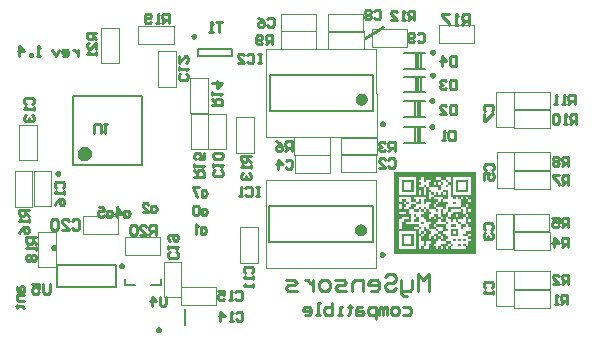
<source format=gbo>
%FSTAX25Y25*%
%MOIN*%
%SFA1B1*%

%IPPOS*%
%ADD17C,0.010000*%
%ADD45C,0.007870*%
%ADD71C,0.009840*%
%ADD72C,0.019690*%
%ADD73C,0.023620*%
%ADD74C,0.003940*%
%LNswitch_trojan1-1*%
%LPD*%
G36*
X0264687Y0198685D02*
Y0198548D01*
Y0198412*
Y0198275*
Y0198138*
Y0198001*
Y0197864*
Y0197727*
Y019759*
Y0197453*
Y0197317*
Y019718*
Y0197043*
Y0196906*
Y0196769*
Y0196632*
Y0196495*
Y0196359*
Y0196222*
Y0196085*
Y0195948*
Y0195811*
Y0195674*
Y0195537*
Y0195401*
Y0195264*
Y0195127*
Y019499*
Y0194853*
Y0194716*
Y0194579*
Y0194442*
Y0194306*
Y0194169*
Y0194032*
Y0193895*
Y0193758*
Y0193621*
Y0193484*
Y0193348*
Y0193211*
Y0193074*
Y0192937*
Y01928*
Y0192663*
Y0192526*
Y019239*
Y0192253*
Y0192116*
Y0191979*
Y0191842*
Y0191705*
Y0191568*
Y0191431*
Y0191295*
Y0191158*
Y0191021*
Y0190884*
Y0190747*
Y019061*
Y0190473*
Y0190337*
Y01902*
Y0190063*
Y0189926*
Y0189789*
Y0189652*
Y0189515*
Y0189378*
Y0189242*
Y0189105*
Y0188968*
Y0188831*
Y0188694*
Y0188557*
Y018842*
Y0188284*
Y0188147*
Y018801*
Y0187873*
Y0187736*
Y0187599*
Y0187462*
Y0187326*
Y0187189*
Y0187052*
Y0186915*
Y0186778*
Y0186641*
Y0186504*
Y0186367*
Y0186231*
Y0186094*
Y0185957*
Y018582*
Y0185683*
Y0185546*
Y0185409*
Y0185273*
Y0185136*
Y0184999*
Y0184862*
Y0184725*
Y0184588*
Y0184451*
Y0184315*
Y0184178*
Y0184041*
Y0183904*
Y0183767*
Y018363*
Y0183493*
Y0183356*
Y018322*
Y0183083*
Y0182946*
Y0182809*
Y0182672*
Y0182535*
Y0182398*
Y0182262*
Y0182125*
Y0181988*
Y0181851*
Y0181714*
Y0181577*
Y018144*
Y0181304*
Y0181167*
Y018103*
Y0180893*
Y0180756*
Y0180619*
Y0180482*
Y0180345*
Y0180209*
Y0180072*
Y0179935*
Y0179798*
Y0179661*
Y0179524*
Y0179387*
Y0179251*
Y0179114*
Y0178977*
Y017884*
Y0178703*
Y0178566*
Y0178429*
Y0178293*
Y0178156*
Y0178019*
Y0177882*
Y0177745*
Y0177608*
Y0177471*
Y0177334*
Y0177198*
Y0177061*
Y0176924*
Y0176787*
Y017665*
Y0176513*
Y0176376*
Y017624*
Y0176103*
Y0175966*
Y0175829*
Y0175692*
Y0175555*
Y0175418*
Y0175281*
Y0175145*
Y0175008*
Y0174871*
Y0174734*
Y0174597*
Y017446*
Y0174323*
Y0174187*
Y017405*
Y0173913*
Y0173776*
Y0173639*
Y0173502*
Y0173365*
Y0173228*
Y0173092*
Y0172955*
Y0172818*
Y0172681*
Y0172544*
Y0172407*
Y017227*
Y0172134*
Y0171997*
Y017186*
Y0171723*
Y0171586*
Y0171449*
Y0171312*
X0237177*
Y0171449*
Y0171586*
Y0171723*
Y017186*
Y0171997*
Y0172134*
Y017227*
Y0172407*
Y0172544*
Y0172681*
Y0172818*
Y0172955*
Y0173092*
Y0173228*
Y0173365*
Y0173502*
Y0173639*
Y0173776*
Y0173913*
Y017405*
Y0174187*
Y0174323*
Y017446*
Y0174597*
Y0174734*
Y0174871*
Y0175008*
Y0175145*
Y0175281*
Y0175418*
Y0175555*
Y0175692*
Y0175829*
Y0175966*
Y0176103*
Y017624*
Y0176376*
Y0176513*
Y017665*
Y0176787*
Y0176924*
Y0177061*
Y0177198*
Y0177334*
Y0177471*
Y0177608*
Y0177745*
Y0177882*
Y0178019*
Y0178156*
Y0178293*
Y0178429*
Y0178566*
Y0178703*
Y017884*
Y0178977*
Y0179114*
Y0179251*
Y0179387*
Y0179524*
Y0179661*
Y0179798*
Y0179935*
Y0180072*
Y0180209*
Y0180345*
Y0180482*
Y0180619*
Y0180756*
Y0180893*
Y018103*
Y0181167*
Y0181304*
Y018144*
Y0181577*
Y0181714*
Y0181851*
Y0181988*
Y0182125*
Y0182262*
Y0182398*
Y0182535*
Y0182672*
Y0182809*
Y0182946*
Y0183083*
Y018322*
Y0183356*
Y0183493*
Y018363*
Y0183767*
Y0183904*
Y0184041*
Y0184178*
Y0184315*
Y0184451*
Y0184588*
Y0184725*
Y0184862*
Y0184999*
Y0185136*
Y0185273*
Y0185409*
Y0185546*
Y0185683*
Y018582*
Y0185957*
Y0186094*
Y0186231*
Y0186367*
Y0186504*
Y0186641*
Y0186778*
Y0186915*
Y0187052*
Y0187189*
Y0187326*
Y0187462*
Y0187599*
Y0187736*
Y0187873*
Y018801*
Y0188147*
Y0188284*
Y018842*
Y0188557*
Y0188694*
Y0188831*
Y0188968*
Y0189105*
Y0189242*
Y0189378*
Y0189515*
Y0189652*
Y0189789*
Y0189926*
Y0190063*
Y01902*
Y0190337*
Y0190473*
Y019061*
Y0190747*
Y0190884*
Y0191021*
Y0191158*
Y0191295*
Y0191431*
Y0191568*
Y0191705*
Y0191842*
Y0191979*
Y0192116*
Y0192253*
Y019239*
Y0192526*
Y0192663*
Y01928*
Y0192937*
Y0193074*
Y0193211*
Y0193348*
Y0193484*
Y0193621*
Y0193758*
Y0193895*
Y0194032*
Y0194169*
Y0194306*
Y0194442*
Y0194579*
Y0194716*
Y0194853*
Y019499*
Y0195127*
Y0195264*
Y0195401*
Y0195537*
Y0195674*
Y0195811*
Y0195948*
Y0196085*
Y0196222*
Y0196359*
Y0196495*
Y0196632*
Y0196769*
Y0196906*
Y0197043*
Y019718*
Y0197317*
Y0197453*
Y019759*
Y0197727*
Y0197864*
Y0198001*
Y0198138*
Y0198275*
Y0198412*
Y0198548*
Y0198685*
Y0198822*
X0264687*
Y0198685*
G37*
%LNswitch_trojan1-2*%
%LPC*%
G36*
X024142Y0185546D02*
X0238957D01*
Y0185409*
Y0185273*
Y0185136*
Y0184999*
Y0184862*
Y0184725*
X024142*
Y0184862*
Y0184999*
Y0185136*
Y0185273*
Y0185409*
Y0185546*
G37*
G36*
X0258665Y0184725D02*
X0257844D01*
Y0184588*
Y0184451*
Y0184315*
Y0184178*
Y0184041*
Y0183904*
X0258665*
Y0184041*
Y0184178*
Y0184315*
Y0184451*
Y0184588*
Y0184725*
G37*
G36*
X0262771Y0183083D02*
X026195D01*
Y0182946*
Y0182809*
Y0182672*
Y0182535*
Y0182398*
Y0182262*
X0262771*
Y0182398*
Y0182535*
Y0182672*
Y0182809*
Y0182946*
Y0183083*
G37*
G36*
X026195Y018801D02*
X0261129D01*
Y0187873*
Y0187736*
Y0187599*
Y0187462*
Y0187326*
Y0187189*
X026195*
Y0187326*
Y0187462*
Y0187599*
Y0187736*
Y0187873*
Y018801*
G37*
G36*
X0239778D02*
X0238957D01*
Y0187873*
Y0187736*
Y0187599*
Y0187462*
Y0187326*
Y0187189*
Y0187052*
Y0186915*
Y0186778*
Y0186641*
Y0186504*
Y0186367*
X0239778*
Y0186504*
Y0186641*
Y0186778*
Y0186915*
Y0187052*
Y0187189*
Y0187326*
Y0187462*
Y0187599*
Y0187736*
Y0187873*
Y018801*
G37*
G36*
X0262771Y0186367D02*
X026195D01*
Y0186231*
Y0186094*
Y0185957*
Y018582*
Y0185683*
Y0185546*
X0262771*
Y0185683*
Y018582*
Y0185957*
Y0186094*
Y0186231*
Y0186367*
G37*
G36*
X0261129Y0183904D02*
X0260308D01*
Y0183767*
Y018363*
Y0183493*
Y0183356*
Y018322*
Y0183083*
X0258665*
Y0182946*
Y0182809*
Y0182672*
Y0182535*
Y0182398*
Y0182262*
X0259486*
Y0182125*
Y0181988*
Y0181851*
Y0181714*
Y0181577*
Y018144*
X0261129*
Y0181304*
Y0181167*
Y018103*
Y0180893*
Y0180756*
Y0180619*
X0260308*
Y0180482*
Y0180345*
Y0180209*
Y0180072*
Y0179935*
Y0179798*
X0259486*
Y0179935*
Y0180072*
Y0180209*
Y0180345*
Y0180482*
Y0180619*
Y0180756*
Y0180893*
Y018103*
Y0181167*
Y0181304*
Y018144*
X0258665*
Y0181577*
Y0181714*
Y0181851*
Y0181988*
Y0182125*
Y0182262*
X0257844*
Y0182398*
Y0182535*
Y0182672*
Y0182809*
Y0182946*
Y0183083*
X0257023*
Y0182946*
Y0182809*
Y0182672*
Y0182535*
Y0182398*
Y0182262*
X0256202*
Y0182398*
Y0182535*
Y0182672*
Y0182809*
Y0182946*
Y0183083*
X025538*
Y018322*
Y0183356*
Y0183493*
Y018363*
Y0183767*
Y0183904*
X0254559*
Y0183767*
Y018363*
Y0183493*
Y0183356*
Y018322*
Y0183083*
Y0182946*
Y0182809*
Y0182672*
Y0182535*
Y0182398*
Y0182262*
X025538*
Y0182125*
Y0181988*
Y0181851*
Y0181714*
Y0181577*
Y018144*
X0254559*
Y0181577*
Y0181714*
Y0181851*
Y0181988*
Y0182125*
Y0182262*
X0252917*
Y0182398*
Y0182535*
Y0182672*
Y0182809*
Y0182946*
Y0183083*
X0252096*
Y0182946*
Y0182809*
Y0182672*
Y0182535*
Y0182398*
Y0182262*
X0251274*
Y0182125*
Y0181988*
Y0181851*
Y0181714*
Y0181577*
Y018144*
X0254559*
Y0181304*
Y0181167*
Y018103*
Y0180893*
Y0180756*
Y0180619*
Y0180482*
Y0180345*
Y0180209*
Y0180072*
Y0179935*
Y0179798*
X025538*
Y0179661*
Y0179524*
Y0179387*
Y0179251*
Y0179114*
Y0178977*
X0253738*
Y0179114*
Y0179251*
Y0179387*
Y0179524*
Y0179661*
Y0179798*
Y0179935*
Y0180072*
Y0180209*
Y0180345*
Y0180482*
Y0180619*
X0251274*
Y0180756*
Y0180893*
Y018103*
Y0181167*
Y0181304*
Y018144*
X0250453*
Y0181304*
Y0181167*
Y018103*
Y0180893*
Y0180756*
Y0180619*
X0251274*
Y0180482*
Y0180345*
Y0180209*
Y0180072*
Y0179935*
Y0179798*
X0252096*
Y0179661*
Y0179524*
Y0179387*
Y0179251*
Y0179114*
Y0178977*
X0253738*
Y017884*
Y0178703*
Y0178566*
Y0178429*
Y0178293*
Y0178156*
X0254559*
Y0178019*
Y0177882*
Y0177745*
Y0177608*
Y0177471*
Y0177334*
X025538*
Y0177198*
Y0177061*
Y0176924*
Y0176787*
Y017665*
Y0176513*
X0254559*
Y0176376*
Y017624*
Y0176103*
Y0175966*
Y0175829*
Y0175692*
X0256202*
Y0175555*
Y0175418*
Y0175281*
Y0175145*
Y0175008*
Y0174871*
X0257023*
Y0174734*
Y0174597*
Y017446*
Y0174323*
Y0174187*
Y017405*
X0256202*
Y0174187*
Y0174323*
Y017446*
Y0174597*
Y0174734*
Y0174871*
X025538*
Y0174734*
Y0174597*
Y017446*
Y0174323*
Y0174187*
Y017405*
X0256202*
Y0173913*
Y0173776*
Y0173639*
Y0173502*
Y0173365*
Y0173228*
X0261129*
Y0173365*
Y0173502*
Y0173639*
Y0173776*
Y0173913*
Y017405*
X0260308*
Y0174187*
Y0174323*
Y017446*
Y0174597*
Y0174734*
Y0174871*
X0261129*
Y0174734*
Y0174597*
Y017446*
Y0174323*
Y0174187*
Y017405*
X026195*
Y0174187*
Y0174323*
Y017446*
Y0174597*
Y0174734*
Y0174871*
Y0175008*
Y0175145*
Y0175281*
Y0175418*
Y0175555*
Y0175692*
X0262771*
Y0175829*
Y0175966*
Y0176103*
Y017624*
Y0176376*
Y0176513*
X026195*
Y017665*
Y0176787*
Y0176924*
Y0177061*
Y0177198*
Y0177334*
X0260308*
Y0177471*
Y0177608*
Y0177745*
Y0177882*
Y0178019*
Y0178156*
X0261129*
Y0178293*
Y0178429*
Y0178566*
Y0178703*
Y017884*
Y0178977*
X0262771*
Y0179114*
Y0179251*
Y0179387*
Y0179524*
Y0179661*
Y0179798*
Y0179935*
Y0180072*
Y0180209*
Y0180345*
Y0180482*
Y0180619*
X026195*
Y0180756*
Y0180893*
Y018103*
Y0181167*
Y0181304*
Y018144*
X0261129*
Y0181577*
Y0181714*
Y0181851*
Y0181988*
Y0182125*
Y0182262*
Y0182398*
Y0182535*
Y0182672*
Y0182809*
Y0182946*
Y0183083*
Y018322*
Y0183356*
Y0183493*
Y018363*
Y0183767*
Y0183904*
G37*
G36*
X0252917Y0176513D02*
X0252096D01*
Y0176376*
Y017624*
Y0176103*
Y0175966*
Y0175829*
Y0175692*
X0251274*
Y0175555*
Y0175418*
Y0175281*
Y0175145*
Y0175008*
Y0174871*
X0250453*
Y0174734*
Y0174597*
Y017446*
Y0174323*
Y0174187*
Y017405*
X0251274*
Y0173913*
Y0173776*
Y0173639*
Y0173502*
Y0173365*
Y0173228*
X0252096*
Y0173365*
Y0173502*
Y0173639*
Y0173776*
Y0173913*
Y017405*
X0252917*
Y0173913*
Y0173776*
Y0173639*
Y0173502*
Y0173365*
Y0173228*
X0253738*
Y0173365*
Y0173502*
Y0173639*
Y0173776*
Y0173913*
Y017405*
X0252917*
Y0174187*
Y0174323*
Y017446*
Y0174597*
Y0174734*
Y0174871*
X0254559*
Y0175008*
Y0175145*
Y0175281*
Y0175418*
Y0175555*
Y0175692*
X0252917*
Y0175829*
Y0175966*
Y0176103*
Y017624*
Y0176376*
Y0176513*
G37*
G36*
X0246347Y0177334D02*
X0245526D01*
Y0177198*
Y0177061*
Y0176924*
Y0176787*
Y017665*
Y0176513*
Y0176376*
Y017624*
Y0176103*
Y0175966*
Y0175829*
Y0175692*
Y0175555*
Y0175418*
Y0175281*
Y0175145*
Y0175008*
Y0174871*
Y0174734*
Y0174597*
Y017446*
Y0174323*
Y0174187*
Y017405*
Y0173913*
Y0173776*
Y0173639*
Y0173502*
Y0173365*
Y0173228*
X0246347*
Y0173365*
Y0173502*
Y0173639*
Y0173776*
Y0173913*
Y017405*
X0247168*
Y0173913*
Y0173776*
Y0173639*
Y0173502*
Y0173365*
Y0173228*
X0248811*
Y0173365*
Y0173502*
Y0173639*
Y0173776*
Y0173913*
Y017405*
Y0174187*
Y0174323*
Y017446*
Y0174597*
Y0174734*
Y0174871*
X0249632*
Y0175008*
Y0175145*
Y0175281*
Y0175418*
Y0175555*
Y0175692*
X024799*
Y0175555*
Y0175418*
Y0175281*
Y0175145*
Y0175008*
Y0174871*
Y0174734*
Y0174597*
Y017446*
Y0174323*
Y0174187*
Y017405*
X0247168*
Y0174187*
Y0174323*
Y017446*
Y0174597*
Y0174734*
Y0174871*
Y0175008*
Y0175145*
Y0175281*
Y0175418*
Y0175555*
Y0175692*
X0246347*
Y0175829*
Y0175966*
Y0176103*
Y017624*
Y0176376*
Y0176513*
Y017665*
Y0176787*
Y0176924*
Y0177061*
Y0177198*
Y0177334*
G37*
G36*
X0244705Y0178977D02*
X0238957D01*
Y017884*
Y0178703*
Y0178566*
Y0178429*
Y0178293*
Y0178156*
Y0178019*
Y0177882*
Y0177745*
Y0177608*
Y0177471*
Y0177334*
Y0177198*
Y0177061*
Y0176924*
Y0176787*
Y017665*
Y0176513*
Y0176376*
Y017624*
Y0176103*
Y0175966*
Y0175829*
Y0175692*
Y0175555*
Y0175418*
Y0175281*
Y0175145*
Y0175008*
Y0174871*
Y0174734*
Y0174597*
Y017446*
Y0174323*
Y0174187*
Y017405*
Y0173913*
Y0173776*
Y0173639*
Y0173502*
Y0173365*
Y0173228*
X0244705*
Y0173365*
Y0173502*
Y0173639*
Y0173776*
Y0173913*
Y017405*
Y0174187*
Y0174323*
Y017446*
Y0174597*
Y0174734*
Y0174871*
Y0175008*
Y0175145*
Y0175281*
Y0175418*
Y0175555*
Y0175692*
Y0175829*
Y0175966*
Y0176103*
Y017624*
Y0176376*
Y0176513*
Y017665*
Y0176787*
Y0176924*
Y0177061*
Y0177198*
Y0177334*
Y0177471*
Y0177608*
Y0177745*
Y0177882*
Y0178019*
Y0178156*
Y0178293*
Y0178429*
Y0178566*
Y0178703*
Y017884*
Y0178977*
G37*
G36*
X0242241Y0183904D02*
X0239778D01*
Y0183767*
Y018363*
Y0183493*
Y0183356*
Y018322*
Y0183083*
X0238957*
Y0182946*
Y0182809*
Y0182672*
Y0182535*
Y0182398*
Y0182262*
Y0182125*
Y0181988*
Y0181851*
Y0181714*
Y0181577*
Y018144*
Y0181304*
Y0181167*
Y018103*
Y0180893*
Y0180756*
Y0180619*
Y0180482*
Y0180345*
Y0180209*
Y0180072*
Y0179935*
Y0179798*
X0239778*
Y0179935*
Y0180072*
Y0180209*
Y0180345*
Y0180482*
Y0180619*
Y0180756*
Y0180893*
Y018103*
Y0181167*
Y0181304*
Y018144*
Y0181577*
Y0181714*
Y0181851*
Y0181988*
Y0182125*
Y0182262*
X0240599*
Y0182398*
Y0182535*
Y0182672*
Y0182809*
Y0182946*
Y0183083*
X0242241*
Y018322*
Y0183356*
Y0183493*
Y018363*
Y0183767*
Y0183904*
G37*
G36*
X0262771Y0178156D02*
X026195D01*
Y0178019*
Y0177882*
Y0177745*
Y0177608*
Y0177471*
Y0177334*
X0262771*
Y0177471*
Y0177608*
Y0177745*
Y0177882*
Y0178019*
Y0178156*
G37*
G36*
X025538Y017405D02*
X0254559D01*
Y0173913*
Y0173776*
Y0173639*
Y0173502*
Y0173365*
Y0173228*
X025538*
Y0173365*
Y0173502*
Y0173639*
Y0173776*
Y0173913*
Y017405*
G37*
G36*
X0252096Y0188831D02*
X0251274D01*
Y0188694*
Y0188557*
Y018842*
Y0188284*
Y0188147*
Y018801*
X0252096*
Y0188147*
Y0188284*
Y018842*
Y0188557*
Y0188694*
Y0188831*
G37*
G36*
X0262771Y0197043D02*
X0257023D01*
Y0196906*
Y0196769*
Y0196632*
Y0196495*
Y0196359*
Y0196222*
Y0196085*
Y0195948*
Y0195811*
Y0195674*
Y0195537*
Y0195401*
Y0195264*
Y0195127*
Y019499*
Y0194853*
Y0194716*
Y0194579*
Y0194442*
Y0194306*
Y0194169*
Y0194032*
Y0193895*
Y0193758*
Y0193621*
Y0193484*
Y0193348*
Y0193211*
Y0193074*
Y0192937*
Y01928*
Y0192663*
Y0192526*
Y019239*
Y0192253*
Y0192116*
Y0191979*
Y0191842*
Y0191705*
Y0191568*
Y0191431*
Y0191295*
X0262771*
Y0191431*
Y0191568*
Y0191705*
Y0191842*
Y0191979*
Y0192116*
Y0192253*
Y019239*
Y0192526*
Y0192663*
Y01928*
Y0192937*
Y0193074*
Y0193211*
Y0193348*
Y0193484*
Y0193621*
Y0193758*
Y0193895*
Y0194032*
Y0194169*
Y0194306*
Y0194442*
Y0194579*
Y0194716*
Y0194853*
Y019499*
Y0195127*
Y0195264*
Y0195401*
Y0195537*
Y0195674*
Y0195811*
Y0195948*
Y0196085*
Y0196222*
Y0196359*
Y0196495*
Y0196632*
Y0196769*
Y0196906*
Y0197043*
G37*
G36*
X0246347Y0192937D02*
X0245526D01*
Y01928*
Y0192663*
Y0192526*
Y019239*
Y0192253*
Y0192116*
Y0191979*
Y0191842*
Y0191705*
Y0191568*
Y0191431*
Y0191295*
X0246347*
Y0191431*
Y0191568*
Y0191705*
Y0191842*
Y0191979*
Y0192116*
Y0192253*
Y019239*
Y0192526*
Y0192663*
Y01928*
Y0192937*
G37*
G36*
X0251274Y0195401D02*
X0250453D01*
Y0195264*
Y0195127*
Y019499*
Y0194853*
Y0194716*
Y0194579*
X0251274*
Y0194716*
Y0194853*
Y019499*
Y0195127*
Y0195264*
Y0195401*
G37*
G36*
X0252917Y0197043D02*
X0251274D01*
Y0196906*
Y0196769*
Y0196632*
Y0196495*
Y0196359*
Y0196222*
X0252917*
Y0196085*
Y0195948*
Y0195811*
Y0195674*
Y0195537*
Y0195401*
X0253738*
Y0195264*
Y0195127*
Y019499*
Y0194853*
Y0194716*
Y0194579*
X0252917*
Y0194716*
Y0194853*
Y019499*
Y0195127*
Y0195264*
Y0195401*
X0252096*
Y0195264*
Y0195127*
Y019499*
Y0194853*
Y0194716*
Y0194579*
X0252917*
Y0194442*
Y0194306*
Y0194169*
Y0194032*
Y0193895*
Y0193758*
Y0193621*
Y0193484*
Y0193348*
Y0193211*
Y0193074*
Y0192937*
X0252096*
Y0193074*
Y0193211*
Y0193348*
Y0193484*
Y0193621*
Y0193758*
X0248811*
Y0193895*
Y0194032*
Y0194169*
Y0194306*
Y0194442*
Y0194579*
Y0194716*
Y0194853*
Y019499*
Y0195127*
Y0195264*
Y0195401*
X0249632*
Y0195537*
Y0195674*
Y0195811*
Y0195948*
Y0196085*
Y0196222*
X024799*
Y0196085*
Y0195948*
Y0195811*
Y0195674*
Y0195537*
Y0195401*
X0247168*
Y0195537*
Y0195674*
Y0195811*
Y0195948*
Y0196085*
Y0196222*
Y0196359*
Y0196495*
Y0196632*
Y0196769*
Y0196906*
Y0197043*
X0246347*
Y0196906*
Y0196769*
Y0196632*
Y0196495*
Y0196359*
Y0196222*
X0245526*
Y0196085*
Y0195948*
Y0195811*
Y0195674*
Y0195537*
Y0195401*
X0246347*
Y0195264*
Y0195127*
Y019499*
Y0194853*
Y0194716*
Y0194579*
X0245526*
Y0194442*
Y0194306*
Y0194169*
Y0194032*
Y0193895*
Y0193758*
X0247168*
Y0193621*
Y0193484*
Y0193348*
Y0193211*
Y0193074*
Y0192937*
Y01928*
Y0192663*
Y0192526*
Y019239*
Y0192253*
Y0192116*
Y0191979*
Y0191842*
Y0191705*
Y0191568*
Y0191431*
Y0191295*
X024799*
Y0191431*
Y0191568*
Y0191705*
Y0191842*
Y0191979*
Y0192116*
Y0192253*
Y019239*
Y0192526*
Y0192663*
Y01928*
Y0192937*
Y0193074*
Y0193211*
Y0193348*
Y0193484*
Y0193621*
Y0193758*
X0247168*
Y0193895*
Y0194032*
Y0194169*
Y0194306*
Y0194442*
Y0194579*
X024799*
Y0194442*
Y0194306*
Y0194169*
Y0194032*
Y0193895*
Y0193758*
X0248811*
Y0193621*
Y0193484*
Y0193348*
Y0193211*
Y0193074*
Y0192937*
X0249632*
Y01928*
Y0192663*
Y0192526*
Y019239*
Y0192253*
Y0192116*
X0250453*
Y0191979*
Y0191842*
Y0191705*
Y0191568*
Y0191431*
Y0191295*
X0251274*
Y0191431*
Y0191568*
Y0191705*
Y0191842*
Y0191979*
Y0192116*
X0252096*
Y0191979*
Y0191842*
Y0191705*
Y0191568*
Y0191431*
Y0191295*
X0252917*
Y0191431*
Y0191568*
Y0191705*
Y0191842*
Y0191979*
Y0192116*
X0253738*
Y0191979*
Y0191842*
Y0191705*
Y0191568*
Y0191431*
Y0191295*
X0254559*
Y0191431*
Y0191568*
Y0191705*
Y0191842*
Y0191979*
Y0192116*
X0253738*
Y0192253*
Y019239*
Y0192526*
Y0192663*
Y01928*
Y0192937*
X025538*
Y01928*
Y0192663*
Y0192526*
Y019239*
Y0192253*
Y0192116*
Y0191979*
Y0191842*
Y0191705*
Y0191568*
Y0191431*
Y0191295*
Y0191158*
Y0191021*
Y0190884*
Y0190747*
Y019061*
Y0190473*
Y0190337*
Y01902*
Y0190063*
Y0189926*
Y0189789*
Y0189652*
X0253738*
Y0189789*
Y0189926*
Y0190063*
Y01902*
Y0190337*
Y0190473*
X0250453*
Y019061*
Y0190747*
Y0190884*
Y0191021*
Y0191158*
Y0191295*
X0249632*
Y0191431*
Y0191568*
Y0191705*
Y0191842*
Y0191979*
Y0192116*
X0248811*
Y0191979*
Y0191842*
Y0191705*
Y0191568*
Y0191431*
Y0191295*
Y0191158*
Y0191021*
Y0190884*
Y0190747*
Y019061*
Y0190473*
Y0190337*
Y01902*
Y0190063*
Y0189926*
Y0189789*
Y0189652*
X0249632*
Y0189789*
Y0189926*
Y0190063*
Y01902*
Y0190337*
Y0190473*
X0250453*
Y0190337*
Y01902*
Y0190063*
Y0189926*
Y0189789*
Y0189652*
X0252096*
Y0189515*
Y0189378*
Y0189242*
Y0189105*
Y0188968*
Y0188831*
X0252917*
Y0188968*
Y0189105*
Y0189242*
Y0189378*
Y0189515*
Y0189652*
X0253738*
Y0189515*
Y0189378*
Y0189242*
Y0189105*
Y0188968*
Y0188831*
X025538*
Y0188694*
Y0188557*
Y018842*
Y0188284*
Y0188147*
Y018801*
X0254559*
Y0187873*
Y0187736*
Y0187599*
Y0187462*
Y0187326*
Y0187189*
Y0187052*
Y0186915*
Y0186778*
Y0186641*
Y0186504*
Y0186367*
X0253738*
Y0186504*
Y0186641*
Y0186778*
Y0186915*
Y0187052*
Y0187189*
X0251274*
Y0187326*
Y0187462*
Y0187599*
Y0187736*
Y0187873*
Y018801*
X0250453*
Y0187873*
Y0187736*
Y0187599*
Y0187462*
Y0187326*
Y0187189*
X0251274*
Y0187052*
Y0186915*
Y0186778*
Y0186641*
Y0186504*
Y0186367*
X0252096*
Y0186231*
Y0186094*
Y0185957*
Y018582*
Y0185683*
Y0185546*
X0251274*
Y0185683*
Y018582*
Y0185957*
Y0186094*
Y0186231*
Y0186367*
X0248811*
Y0186504*
Y0186641*
Y0186778*
Y0186915*
Y0187052*
Y0187189*
Y0187326*
Y0187462*
Y0187599*
Y0187736*
Y0187873*
Y018801*
X0249632*
Y0188147*
Y0188284*
Y018842*
Y0188557*
Y0188694*
Y0188831*
X024799*
Y0188694*
Y0188557*
Y018842*
Y0188284*
Y0188147*
Y018801*
X0247168*
Y0188147*
Y0188284*
Y018842*
Y0188557*
Y0188694*
Y0188831*
Y0188968*
Y0189105*
Y0189242*
Y0189378*
Y0189515*
Y0189652*
X024799*
Y0189789*
Y0189926*
Y0190063*
Y01902*
Y0190337*
Y0190473*
X0243884*
Y0190337*
Y01902*
Y0190063*
Y0189926*
Y0189789*
Y0189652*
X0244705*
Y0189515*
Y0189378*
Y0189242*
Y0189105*
Y0188968*
Y0188831*
X0245526*
Y0188968*
Y0189105*
Y0189242*
Y0189378*
Y0189515*
Y0189652*
X0246347*
Y0189515*
Y0189378*
Y0189242*
Y0189105*
Y0188968*
Y0188831*
Y0188694*
Y0188557*
Y018842*
Y0188284*
Y0188147*
Y018801*
X0244705*
Y0188147*
Y0188284*
Y018842*
Y0188557*
Y0188694*
Y0188831*
X0243062*
Y0188968*
Y0189105*
Y0189242*
Y0189378*
Y0189515*
Y0189652*
Y0189789*
Y0189926*
Y0190063*
Y01902*
Y0190337*
Y0190473*
X0238957*
Y0190337*
Y01902*
Y0190063*
Y0189926*
Y0189789*
Y0189652*
Y0189515*
Y0189378*
Y0189242*
Y0189105*
Y0188968*
Y0188831*
X0239778*
Y0188968*
Y0189105*
Y0189242*
Y0189378*
Y0189515*
Y0189652*
X024142*
Y0189515*
Y0189378*
Y0189242*
Y0189105*
Y0188968*
Y0188831*
X0242241*
Y0188694*
Y0188557*
Y018842*
Y0188284*
Y0188147*
Y018801*
X024142*
Y0188147*
Y0188284*
Y018842*
Y0188557*
Y0188694*
Y0188831*
X0240599*
Y0188694*
Y0188557*
Y018842*
Y0188284*
Y0188147*
Y018801*
X024142*
Y0187873*
Y0187736*
Y0187599*
Y0187462*
Y0187326*
Y0187189*
X0240599*
Y0187052*
Y0186915*
Y0186778*
Y0186641*
Y0186504*
Y0186367*
X0242241*
Y0186231*
Y0186094*
Y0185957*
Y018582*
Y0185683*
Y0185546*
Y0185409*
Y0185273*
Y0185136*
Y0184999*
Y0184862*
Y0184725*
X0243062*
Y0184588*
Y0184451*
Y0184315*
Y0184178*
Y0184041*
Y0183904*
Y0183767*
Y018363*
Y0183493*
Y0183356*
Y018322*
Y0183083*
Y0182946*
Y0182809*
Y0182672*
Y0182535*
Y0182398*
Y0182262*
X024142*
Y0182125*
Y0181988*
Y0181851*
Y0181714*
Y0181577*
Y018144*
X0245526*
Y0181304*
Y0181167*
Y018103*
Y0180893*
Y0180756*
Y0180619*
X0246347*
Y0180482*
Y0180345*
Y0180209*
Y0180072*
Y0179935*
Y0179798*
X0245526*
Y0179935*
Y0180072*
Y0180209*
Y0180345*
Y0180482*
Y0180619*
X0243884*
Y0180482*
Y0180345*
Y0180209*
Y0180072*
Y0179935*
Y0179798*
X0245526*
Y0179661*
Y0179524*
Y0179387*
Y0179251*
Y0179114*
Y0178977*
Y017884*
Y0178703*
Y0178566*
Y0178429*
Y0178293*
Y0178156*
X0246347*
Y0178019*
Y0177882*
Y0177745*
Y0177608*
Y0177471*
Y0177334*
X0247168*
Y0177471*
Y0177608*
Y0177745*
Y0177882*
Y0178019*
Y0178156*
X0246347*
Y0178293*
Y0178429*
Y0178566*
Y0178703*
Y017884*
Y0178977*
X0247168*
Y017884*
Y0178703*
Y0178566*
Y0178429*
Y0178293*
Y0178156*
X024799*
Y0178293*
Y0178429*
Y0178566*
Y0178703*
Y017884*
Y0178977*
X0247168*
Y0179114*
Y0179251*
Y0179387*
Y0179524*
Y0179661*
Y0179798*
Y0179935*
Y0180072*
Y0180209*
Y0180345*
Y0180482*
Y0180619*
X024799*
Y0180482*
Y0180345*
Y0180209*
Y0180072*
Y0179935*
Y0179798*
X0248811*
Y0179661*
Y0179524*
Y0179387*
Y0179251*
Y0179114*
Y0178977*
X0249632*
Y017884*
Y0178703*
Y0178566*
Y0178429*
Y0178293*
Y0178156*
X0248811*
Y0178019*
Y0177882*
Y0177745*
Y0177608*
Y0177471*
Y0177334*
Y0177198*
Y0177061*
Y0176924*
Y0176787*
Y017665*
Y0176513*
X0249632*
Y017665*
Y0176787*
Y0176924*
Y0177061*
Y0177198*
Y0177334*
X0250453*
Y0177198*
Y0177061*
Y0176924*
Y0176787*
Y017665*
Y0176513*
X0251274*
Y017665*
Y0176787*
Y0176924*
Y0177061*
Y0177198*
Y0177334*
X0250453*
Y0177471*
Y0177608*
Y0177745*
Y0177882*
Y0178019*
Y0178156*
X0252096*
Y0178019*
Y0177882*
Y0177745*
Y0177608*
Y0177471*
Y0177334*
X0252917*
Y0177198*
Y0177061*
Y0176924*
Y0176787*
Y017665*
Y0176513*
X0253738*
Y017665*
Y0176787*
Y0176924*
Y0177061*
Y0177198*
Y0177334*
X0252917*
Y0177471*
Y0177608*
Y0177745*
Y0177882*
Y0178019*
Y0178156*
X0252096*
Y0178293*
Y0178429*
Y0178566*
Y0178703*
Y017884*
Y0178977*
X0251274*
Y0179114*
Y0179251*
Y0179387*
Y0179524*
Y0179661*
Y0179798*
X0248811*
Y0179935*
Y0180072*
Y0180209*
Y0180345*
Y0180482*
Y0180619*
Y0180756*
Y0180893*
Y018103*
Y0181167*
Y0181304*
Y018144*
X0249632*
Y0181577*
Y0181714*
Y0181851*
Y0181988*
Y0182125*
Y0182262*
X024799*
Y0182398*
Y0182535*
Y0182672*
Y0182809*
Y0182946*
Y0183083*
X0247168*
Y018322*
Y0183356*
Y0183493*
Y018363*
Y0183767*
Y0183904*
X0246347*
Y0184041*
Y0184178*
Y0184315*
Y0184451*
Y0184588*
Y0184725*
X0247168*
Y0184862*
Y0184999*
Y0185136*
Y0185273*
Y0185409*
Y0185546*
X0246347*
Y0185683*
Y018582*
Y0185957*
Y0186094*
Y0186231*
Y0186367*
X0245526*
Y0186504*
Y0186641*
Y0186778*
Y0186915*
Y0187052*
Y0187189*
X0246347*
Y0187052*
Y0186915*
Y0186778*
Y0186641*
Y0186504*
Y0186367*
X0247168*
Y0186231*
Y0186094*
Y0185957*
Y018582*
Y0185683*
Y0185546*
X024799*
Y0185683*
Y018582*
Y0185957*
Y0186094*
Y0186231*
Y0186367*
X0247168*
Y0186504*
Y0186641*
Y0186778*
Y0186915*
Y0187052*
Y0187189*
X024799*
Y0187052*
Y0186915*
Y0186778*
Y0186641*
Y0186504*
Y0186367*
X0248811*
Y0186231*
Y0186094*
Y0185957*
Y018582*
Y0185683*
Y0185546*
X0249632*
Y0185409*
Y0185273*
Y0185136*
Y0184999*
Y0184862*
Y0184725*
X0248811*
Y0184588*
Y0184451*
Y0184315*
Y0184178*
Y0184041*
Y0183904*
Y0183767*
Y018363*
Y0183493*
Y0183356*
Y018322*
Y0183083*
X0249632*
Y018322*
Y0183356*
Y0183493*
Y018363*
Y0183767*
Y0183904*
X0250453*
Y0183767*
Y018363*
Y0183493*
Y0183356*
Y018322*
Y0183083*
X0251274*
Y018322*
Y0183356*
Y0183493*
Y018363*
Y0183767*
Y0183904*
X0250453*
Y0184041*
Y0184178*
Y0184315*
Y0184451*
Y0184588*
Y0184725*
X0252096*
Y0184588*
Y0184451*
Y0184315*
Y0184178*
Y0184041*
Y0183904*
X0252917*
Y0183767*
Y018363*
Y0183493*
Y0183356*
Y018322*
Y0183083*
X0253738*
Y018322*
Y0183356*
Y0183493*
Y018363*
Y0183767*
Y0183904*
X0252917*
Y0184041*
Y0184178*
Y0184315*
Y0184451*
Y0184588*
Y0184725*
Y0184862*
Y0184999*
Y0185136*
Y0185273*
Y0185409*
Y0185546*
Y0185683*
Y018582*
Y0185957*
Y0186094*
Y0186231*
Y0186367*
X0253738*
Y0186231*
Y0186094*
Y0185957*
Y018582*
Y0185683*
Y0185546*
Y0185409*
Y0185273*
Y0185136*
Y0184999*
Y0184862*
Y0184725*
X0254559*
Y0184862*
Y0184999*
Y0185136*
Y0185273*
Y0185409*
Y0185546*
X025538*
Y0185409*
Y0185273*
Y0185136*
Y0184999*
Y0184862*
Y0184725*
Y0184588*
Y0184451*
Y0184315*
Y0184178*
Y0184041*
Y0183904*
X0256202*
Y0184041*
Y0184178*
Y0184315*
Y0184451*
Y0184588*
Y0184725*
X0257023*
Y0184862*
Y0184999*
Y0185136*
Y0185273*
Y0185409*
Y0185546*
X0259486*
Y0185683*
Y018582*
Y0185957*
Y0186094*
Y0186231*
Y0186367*
X0256202*
Y0186231*
Y0186094*
Y0185957*
Y018582*
Y0185683*
Y0185546*
X025538*
Y0185683*
Y018582*
Y0185957*
Y0186094*
Y0186231*
Y0186367*
Y0186504*
Y0186641*
Y0186778*
Y0186915*
Y0187052*
Y0187189*
X0259486*
Y0187052*
Y0186915*
Y0186778*
Y0186641*
Y0186504*
Y0186367*
X0260308*
Y0186231*
Y0186094*
Y0185957*
Y018582*
Y0185683*
Y0185546*
Y0185409*
Y0185273*
Y0185136*
Y0184999*
Y0184862*
Y0184725*
X0261129*
Y0184588*
Y0184451*
Y0184315*
Y0184178*
Y0184041*
Y0183904*
X026195*
Y0184041*
Y0184178*
Y0184315*
Y0184451*
Y0184588*
Y0184725*
X0261129*
Y0184862*
Y0184999*
Y0185136*
Y0185273*
Y0185409*
Y0185546*
Y0185683*
Y018582*
Y0185957*
Y0186094*
Y0186231*
Y0186367*
Y0186504*
Y0186641*
Y0186778*
Y0186915*
Y0187052*
Y0187189*
X0259486*
Y0187326*
Y0187462*
Y0187599*
Y0187736*
Y0187873*
Y018801*
Y0188147*
Y0188284*
Y018842*
Y0188557*
Y0188694*
Y0188831*
Y0188968*
Y0189105*
Y0189242*
Y0189378*
Y0189515*
Y0189652*
X0258665*
Y0189789*
Y0189926*
Y0190063*
Y01902*
Y0190337*
Y0190473*
X0257844*
Y0190337*
Y01902*
Y0190063*
Y0189926*
Y0189789*
Y0189652*
X0257023*
Y0189789*
Y0189926*
Y0190063*
Y01902*
Y0190337*
Y0190473*
X0256202*
Y019061*
Y0190747*
Y0190884*
Y0191021*
Y0191158*
Y0191295*
Y0191431*
Y0191568*
Y0191705*
Y0191842*
Y0191979*
Y0192116*
Y0192253*
Y019239*
Y0192526*
Y0192663*
Y01928*
Y0192937*
Y0193074*
Y0193211*
Y0193348*
Y0193484*
Y0193621*
Y0193758*
Y0193895*
Y0194032*
Y0194169*
Y0194306*
Y0194442*
Y0194579*
X025538*
Y0194716*
Y0194853*
Y019499*
Y0195127*
Y0195264*
Y0195401*
X0254559*
Y0195537*
Y0195674*
Y0195811*
Y0195948*
Y0196085*
Y0196222*
X0252917*
Y0196359*
Y0196495*
Y0196632*
Y0196769*
Y0196906*
Y0197043*
G37*
G36*
X0256202D02*
X0254559D01*
Y0196906*
Y0196769*
Y0196632*
Y0196495*
Y0196359*
Y0196222*
X025538*
Y0196085*
Y0195948*
Y0195811*
Y0195674*
Y0195537*
Y0195401*
X0256202*
Y0195537*
Y0195674*
Y0195811*
Y0195948*
Y0196085*
Y0196222*
Y0196359*
Y0196495*
Y0196632*
Y0196769*
Y0196906*
Y0197043*
G37*
G36*
X026195Y0190473D02*
X0261129D01*
Y0190337*
Y01902*
Y0190063*
Y0189926*
Y0189789*
Y0189652*
X026195*
Y0189515*
Y0189378*
Y0189242*
Y0189105*
Y0188968*
Y0188831*
X0262771*
Y0188968*
Y0189105*
Y0189242*
Y0189378*
Y0189515*
Y0189652*
X026195*
Y0189789*
Y0189926*
Y0190063*
Y01902*
Y0190337*
Y0190473*
G37*
G36*
X0260308D02*
X0259486D01*
Y0190337*
Y01902*
Y0190063*
Y0189926*
Y0189789*
Y0189652*
X0260308*
Y0189789*
Y0189926*
Y0190063*
Y01902*
Y0190337*
Y0190473*
G37*
G36*
X0244705Y0197043D02*
X0238957D01*
Y0196906*
Y0196769*
Y0196632*
Y0196495*
Y0196359*
Y0196222*
Y0196085*
Y0195948*
Y0195811*
Y0195674*
Y0195537*
Y0195401*
Y0195264*
Y0195127*
Y019499*
Y0194853*
Y0194716*
Y0194579*
Y0194442*
Y0194306*
Y0194169*
Y0194032*
Y0193895*
Y0193758*
Y0193621*
Y0193484*
Y0193348*
Y0193211*
Y0193074*
Y0192937*
Y01928*
Y0192663*
Y0192526*
Y019239*
Y0192253*
Y0192116*
Y0191979*
Y0191842*
Y0191705*
Y0191568*
Y0191431*
Y0191295*
X0244705*
Y0191431*
Y0191568*
Y0191705*
Y0191842*
Y0191979*
Y0192116*
Y0192253*
Y019239*
Y0192526*
Y0192663*
Y01928*
Y0192937*
Y0193074*
Y0193211*
Y0193348*
Y0193484*
Y0193621*
Y0193758*
Y0193895*
Y0194032*
Y0194169*
Y0194306*
Y0194442*
Y0194579*
Y0194716*
Y0194853*
Y019499*
Y0195127*
Y0195264*
Y0195401*
Y0195537*
Y0195674*
Y0195811*
Y0195948*
Y0196085*
Y0196222*
Y0196359*
Y0196495*
Y0196632*
Y0196769*
Y0196906*
Y0197043*
G37*
%LNswitch_trojan1-3*%
%LPD*%
G36*
X0261129Y0176376D02*
Y017624D01*
Y0176103*
Y0175966*
Y0175829*
Y0175692*
X0260308*
Y0175829*
Y0175966*
Y0176103*
Y017624*
Y0176376*
Y0176513*
X0261129*
Y0176376*
G37*
G36*
X0259486D02*
Y017624D01*
Y0176103*
Y0175966*
Y0175829*
Y0175692*
X0258665*
Y0175829*
Y0175966*
Y0176103*
Y017624*
Y0176376*
Y0176513*
X0259486*
Y0176376*
G37*
G36*
Y0174734D02*
Y0174597D01*
Y017446*
Y0174323*
Y0174187*
Y017405*
X0258665*
Y0174187*
Y0174323*
Y017446*
Y0174597*
Y0174734*
Y0174871*
X0259486*
Y0174734*
G37*
G36*
X0257844Y0176376D02*
Y017624D01*
Y0176103*
Y0175966*
Y0175829*
Y0175692*
X0257023*
Y0175829*
Y0175966*
Y0176103*
Y017624*
Y0176376*
Y0176513*
X0257844*
Y0176376*
G37*
G36*
X0258665Y0179661D02*
Y0179524D01*
Y0179387*
Y0179251*
Y0179114*
Y0178977*
Y017884*
Y0178703*
Y0178566*
Y0178429*
Y0178293*
Y0178156*
Y0178019*
Y0177882*
Y0177745*
Y0177608*
Y0177471*
Y0177334*
X0256202*
Y0177471*
Y0177608*
Y0177745*
Y0177882*
Y0178019*
Y0178156*
Y0178293*
Y0178429*
Y0178566*
Y0178703*
Y017884*
Y0178977*
Y0179114*
Y0179251*
Y0179387*
Y0179524*
Y0179661*
Y0179798*
X0258665*
Y0179661*
G37*
G36*
X0257844Y0181304D02*
Y0181167D01*
Y018103*
Y0180893*
Y0180756*
Y0180619*
X0256202*
Y0180756*
Y0180893*
Y018103*
Y0181167*
Y0181304*
Y018144*
X0257844*
Y0181304*
G37*
G36*
X0243884Y0178019D02*
Y0177882D01*
Y0177745*
Y0177608*
Y0177471*
Y0177334*
Y0177198*
Y0177061*
Y0176924*
Y0176787*
Y017665*
Y0176513*
Y0176376*
Y017624*
Y0176103*
Y0175966*
Y0175829*
Y0175692*
Y0175555*
Y0175418*
Y0175281*
Y0175145*
Y0175008*
Y0174871*
Y0174734*
Y0174597*
Y017446*
Y0174323*
Y0174187*
Y017405*
X0239778*
Y0174187*
Y0174323*
Y017446*
Y0174597*
Y0174734*
Y0174871*
Y0175008*
Y0175145*
Y0175281*
Y0175418*
Y0175555*
Y0175692*
Y0175829*
Y0175966*
Y0176103*
Y017624*
Y0176376*
Y0176513*
Y017665*
Y0176787*
Y0176924*
Y0177061*
Y0177198*
Y0177334*
Y0177471*
Y0177608*
Y0177745*
Y0177882*
Y0178019*
Y0178156*
X0243884*
Y0178019*
G37*
G36*
X026195Y0196085D02*
Y0195948D01*
Y0195811*
Y0195674*
Y0195537*
Y0195401*
Y0195264*
Y0195127*
Y019499*
Y0194853*
Y0194716*
Y0194579*
Y0194442*
Y0194306*
Y0194169*
Y0194032*
Y0193895*
Y0193758*
Y0193621*
Y0193484*
Y0193348*
Y0193211*
Y0193074*
Y0192937*
Y01928*
Y0192663*
Y0192526*
Y019239*
Y0192253*
Y0192116*
X0257844*
Y0192253*
Y019239*
Y0192526*
Y0192663*
Y01928*
Y0192937*
Y0193074*
Y0193211*
Y0193348*
Y0193484*
Y0193621*
Y0193758*
Y0193895*
Y0194032*
Y0194169*
Y0194306*
Y0194442*
Y0194579*
Y0194716*
Y0194853*
Y019499*
Y0195127*
Y0195264*
Y0195401*
Y0195537*
Y0195674*
Y0195811*
Y0195948*
Y0196085*
Y0196222*
X026195*
Y0196085*
G37*
G36*
X025538Y0194442D02*
Y0194306D01*
Y0194169*
Y0194032*
Y0193895*
Y0193758*
X0254559*
Y0193895*
Y0194032*
Y0194169*
Y0194306*
Y0194442*
Y0194579*
X025538*
Y0194442*
G37*
G36*
X0244705Y0184588D02*
Y0184451D01*
Y0184315*
Y0184178*
Y0184041*
Y0183904*
X0245526*
Y0183767*
Y018363*
Y0183493*
Y0183356*
Y018322*
Y0183083*
Y0182946*
Y0182809*
Y0182672*
Y0182535*
Y0182398*
Y0182262*
X0243884*
Y0182398*
Y0182535*
Y0182672*
Y0182809*
Y0182946*
Y0183083*
X0244705*
Y018322*
Y0183356*
Y0183493*
Y018363*
Y0183767*
Y0183904*
X0243884*
Y0184041*
Y0184178*
Y0184315*
Y0184451*
Y0184588*
Y0184725*
X0244705*
Y0184588*
G37*
G36*
Y0187873D02*
Y0187736D01*
Y0187599*
Y0187462*
Y0187326*
Y0187189*
X0243884*
Y0187052*
Y0186915*
Y0186778*
Y0186641*
Y0186504*
Y0186367*
X0245526*
Y0186231*
Y0186094*
Y0185957*
Y018582*
Y0185683*
Y0185546*
X0243884*
Y0185683*
Y018582*
Y0185957*
Y0186094*
Y0186231*
Y0186367*
X0242241*
Y0186504*
Y0186641*
Y0186778*
Y0186915*
Y0187052*
Y0187189*
X0243062*
Y0187326*
Y0187462*
Y0187599*
Y0187736*
Y0187873*
Y018801*
X0244705*
Y0187873*
G37*
G36*
X0257844Y0188694D02*
Y0188557D01*
Y018842*
Y0188284*
Y0188147*
Y018801*
X0257023*
Y0188147*
Y0188284*
Y018842*
Y0188557*
Y0188694*
Y0188831*
X0257844*
Y0188694*
G37*
G36*
X0247168Y0182125D02*
Y0181988D01*
Y0181851*
Y0181714*
Y0181577*
Y018144*
X0246347*
Y0181577*
Y0181714*
Y0181851*
Y0181988*
Y0182125*
Y0182262*
X0247168*
Y0182125*
G37*
G36*
X0243884Y0196085D02*
Y0195948D01*
Y0195811*
Y0195674*
Y0195537*
Y0195401*
Y0195264*
Y0195127*
Y019499*
Y0194853*
Y0194716*
Y0194579*
Y0194442*
Y0194306*
Y0194169*
Y0194032*
Y0193895*
Y0193758*
Y0193621*
Y0193484*
Y0193348*
Y0193211*
Y0193074*
Y0192937*
Y01928*
Y0192663*
Y0192526*
Y019239*
Y0192253*
Y0192116*
X0239778*
Y0192253*
Y019239*
Y0192526*
Y0192663*
Y01928*
Y0192937*
Y0193074*
Y0193211*
Y0193348*
Y0193484*
Y0193621*
Y0193758*
Y0193895*
Y0194032*
Y0194169*
Y0194306*
Y0194442*
Y0194579*
Y0194716*
Y0194853*
Y019499*
Y0195127*
Y0195264*
Y0195401*
Y0195537*
Y0195674*
Y0195811*
Y0195948*
Y0196085*
Y0196222*
X0243884*
Y0196085*
G37*
%LNswitch_trojan1-4*%
%LPC*%
G36*
X0257844Y0178977D02*
X0257023D01*
Y017884*
Y0178703*
Y0178566*
Y0178429*
Y0178293*
Y0178156*
X0257844*
Y0178293*
Y0178429*
Y0178566*
Y0178703*
Y017884*
Y0178977*
G37*
G36*
X0243062Y0177334D02*
X0240599D01*
Y0177198*
Y0177061*
Y0176924*
Y0176787*
Y017665*
Y0176513*
Y0176376*
Y017624*
Y0176103*
Y0175966*
Y0175829*
Y0175692*
Y0175555*
Y0175418*
Y0175281*
Y0175145*
Y0175008*
Y0174871*
X0243062*
Y0175008*
Y0175145*
Y0175281*
Y0175418*
Y0175555*
Y0175692*
Y0175829*
Y0175966*
Y0176103*
Y017624*
Y0176376*
Y0176513*
Y017665*
Y0176787*
Y0176924*
Y0177061*
Y0177198*
Y0177334*
G37*
G36*
X0261129Y0195401D02*
X0258665D01*
Y0195264*
Y0195127*
Y019499*
Y0194853*
Y0194716*
Y0194579*
Y0194442*
Y0194306*
Y0194169*
Y0194032*
Y0193895*
Y0193758*
Y0193621*
Y0193484*
Y0193348*
Y0193211*
Y0193074*
Y0192937*
X0261129*
Y0193074*
Y0193211*
Y0193348*
Y0193484*
Y0193621*
Y0193758*
Y0193895*
Y0194032*
Y0194169*
Y0194306*
Y0194442*
Y0194579*
Y0194716*
Y0194853*
Y019499*
Y0195127*
Y0195264*
Y0195401*
G37*
G36*
X0243062D02*
X0240599D01*
Y0195264*
Y0195127*
Y019499*
Y0194853*
Y0194716*
Y0194579*
Y0194442*
Y0194306*
Y0194169*
Y0194032*
Y0193895*
Y0193758*
Y0193621*
Y0193484*
Y0193348*
Y0193211*
Y0193074*
Y0192937*
X0243062*
Y0193074*
Y0193211*
Y0193348*
Y0193484*
Y0193621*
Y0193758*
Y0193895*
Y0194032*
Y0194169*
Y0194306*
Y0194442*
Y0194579*
Y0194716*
Y0194853*
Y019499*
Y0195127*
Y0195264*
Y0195401*
G37*
%LNswitch_trojan1-5*%
%LPD*%
G54D17*
X0227461Y0243307D02*
X0233563Y0247146D01*
X0131791Y0239599D02*
Y02375D01*
Y023855*
X0131267Y0239074*
X0130742Y0239599*
X0130217*
X0127068Y02375D02*
X0128118D01*
X0128643Y0238025*
Y0239074*
X0128118Y0239599*
X0127068*
X0126544Y0239074*
Y023855*
X0128643*
X0125494Y0239599D02*
X0124445Y02375D01*
X0123395Y0239599*
X0119197Y02375D02*
X0118147D01*
X0118672*
Y0240649*
X0119197Y0240124*
X0116573Y02375D02*
Y0238025D01*
X0116048*
Y02375*
X0116573*
X0112375D02*
Y0240649D01*
X0113949Y0239074*
X011185*
X0179921Y024872D02*
X0177822D01*
X0178872*
Y0245571*
X0176773D02*
X0175723D01*
X0176248*
Y024872*
X0176773Y0248195*
X0138091Y0245079D02*
X0134942D01*
Y0243504*
X0135467Y024298*
X0136516*
X0137041Y0243504*
Y0245079*
Y0244029D02*
X0138091Y024298D01*
Y0239831D02*
Y024193D01*
X0135992Y0239831*
X0135467*
X0134942Y0240356*
Y0241405*
X0135467Y024193*
X0138091Y0238782D02*
Y0237732D01*
Y0238257*
X0134942*
X0135467Y0238782*
X029498Y0154724D02*
Y0157873D01*
X0293406*
X0292881Y0157348*
Y0156299*
X0293406Y0155774*
X029498*
X0293931D02*
X0292881Y0154724D01*
X0291832D02*
X0290782D01*
X0291307*
Y0157873*
X0291832Y0157348*
X0184417Y0158726D02*
X0184941Y0159251D01*
X0185991*
X0186516Y0158726*
Y0156627*
X0185991Y0156102*
X0184941*
X0184417Y0156627*
X0183367Y0156102D02*
X0182318D01*
X0182842*
Y0159251*
X0183367Y0158726*
X0178644Y0159251D02*
X0180743D01*
Y0157677*
X0179694Y0158201*
X0179169*
X0178644Y0157677*
Y0156627*
X0179169Y0156102*
X0180219*
X0180743Y0156627*
X0262205Y0247933D02*
Y0251475D01*
X0260434*
X0259843Y0250885*
Y0249704*
X0260434Y0249114*
X0262205*
X0261024D02*
X0259843Y0247933D01*
X0258663D02*
X0257482D01*
X0258072*
Y0251475*
X0258663Y0250885*
X0255711Y0251475D02*
X0253349D01*
Y0250885*
X0255711Y0248523*
Y0247933*
X0170669Y0197244D02*
X0173818D01*
Y0198818*
X0173293Y0199343*
X0172244*
X0171719Y0198818*
Y0197244*
Y0198294D02*
X0170669Y0199343D01*
Y0200393D02*
Y0201442D01*
Y0200918*
X0173818*
X0173293Y0200393*
X0173818Y0205116D02*
Y0203016D01*
X0172244*
X0172768Y0204066*
Y0204591*
X0172244Y0205116*
X0171194*
X0170669Y0204591*
Y0203541*
X0171194Y0203016*
X0176673Y0221161D02*
X0179822D01*
Y0222736*
X0179297Y022326*
X0178247*
X0177723Y0222736*
Y0221161*
Y0222211D02*
X0176673Y022326D01*
Y022431D02*
Y022536D01*
Y0224835*
X0179822*
X0179297Y022431*
X0176673Y0228508D02*
X0179822D01*
X0178247Y0226934*
Y0229033*
X0189469Y0204232D02*
X018632D01*
Y0202658*
X0186845Y0202133*
X0187894*
X0188419Y0202658*
Y0204232*
Y0203183D02*
X0189469Y0202133D01*
Y0201084D02*
Y0200034D01*
Y0200559*
X018632*
X0186845Y0201084*
Y019846D02*
X018632Y0197935D01*
Y0196886*
X0186845Y0196361*
X0187369*
X0187894Y0196886*
Y019741*
Y0196886*
X0188419Y0196361*
X0188944*
X0189469Y0196886*
Y0197935*
X0188944Y019846*
X0244094Y024941D02*
Y0252558D01*
X024252*
X0241995Y0252033*
Y0250984*
X024252Y0250459*
X0244094*
X0243045D02*
X0241995Y024941D01*
X0240946D02*
X0239896D01*
X0240421*
Y0252558*
X0240946Y0252033*
X0236223Y024941D02*
X0238322D01*
X0236223Y0251508*
Y0252033*
X0236748Y0252558*
X0237797*
X0238322Y0252033*
X0297441Y0221358D02*
Y0224507D01*
X0295867*
X0295342Y0223982*
Y0222933*
X0295867Y0222408*
X0297441*
X0296391D02*
X0295342Y0221358D01*
X0294292D02*
X0293243D01*
X0293768*
Y0224507*
X0294292Y0223982*
X0291669Y0221358D02*
X0290619D01*
X0291144*
Y0224507*
X0291669Y0223982*
X0298031Y0214862D02*
Y0218011D01*
X0296457*
X0295932Y0217486*
Y0216437*
X0296457Y0215912*
X0298031*
X0296982D02*
X0295932Y0214862D01*
X0294883D02*
X0293833D01*
X0294358*
Y0218011*
X0294883Y0217486*
X0292259D02*
X0291734Y0218011D01*
X0290685*
X029016Y0217486*
Y0215387*
X0290685Y0214862*
X0291734*
X0292259Y0215387*
Y0217486*
X0196555Y0241339D02*
Y0244487D01*
X0194981*
X0194456Y0243962*
Y0242913*
X0194981Y0242388*
X0196555*
X0195506D02*
X0194456Y0241339D01*
X0193406Y0241863D02*
X0192882Y0241339D01*
X0191832*
X0191307Y0241863*
Y0243962*
X0191832Y0244487*
X0192882*
X0193406Y0243962*
Y0243438*
X0192882Y0242913*
X0191307*
X0295374Y0200787D02*
Y0203936D01*
X02938*
X0293275Y0203411*
Y0202362*
X02938Y0201837*
X0295374*
X0294324D02*
X0293275Y0200787D01*
X0292225Y0203411D02*
X0291701Y0203936D01*
X0290651*
X0290126Y0203411*
Y0202887*
X0290651Y0202362*
X0290126Y0201837*
Y0201312*
X0290651Y0200787*
X0291701*
X0292225Y0201312*
Y0201837*
X0291701Y0202362*
X0292225Y0202887*
Y0203411*
X0291701Y0202362D02*
X0290651D01*
X0295374Y0194587D02*
Y0197735D01*
X02938*
X0293275Y019721*
Y0196161*
X02938Y0195636*
X0295374*
X0294324D02*
X0293275Y0194587D01*
X0292225Y0197735D02*
X0290126D01*
Y019721*
X0292225Y0195111*
Y0194587*
X020315Y0205906D02*
Y0209054D01*
X0201575*
X020105Y0208529*
Y020748*
X0201575Y0206955*
X020315*
X02021D02*
X020105Y0205906D01*
X0197902Y0209054D02*
X0198951Y0208529D01*
X0200001Y020748*
Y020643*
X0199476Y0205906*
X0198427*
X0197902Y020643*
Y0206955*
X0198427Y020748*
X0200001*
X0295276Y0180315D02*
Y0183464D01*
X0293701*
X0293177Y0182939*
Y0181889*
X0293701Y0181365*
X0295276*
X0294226D02*
X0293177Y0180315D01*
X0290028Y0183464D02*
X0292127D01*
Y0181889*
X0291077Y0182414*
X0290553*
X0290028Y0181889*
Y018084*
X0290553Y0180315*
X0291602*
X0292127Y018084*
X0295276Y0173721D02*
Y0176869D01*
X0293701*
X0293177Y0176344*
Y0175295*
X0293701Y017477*
X0295276*
X0294226D02*
X0293177Y0173721D01*
X0290553D02*
Y0176869D01*
X0292127Y0175295*
X0290028*
X02375Y0205709D02*
Y0208857D01*
X0235926*
X0235401Y0208332*
Y0207283*
X0235926Y0206758*
X02375*
X0236451D02*
X0235401Y0205709D01*
X0234351Y0208332D02*
X0233827Y0208857D01*
X0232777*
X0232252Y0208332*
Y0207808*
X0232777Y0207283*
X0233302*
X0232777*
X0232252Y0206758*
Y0206233*
X0232777Y0205709*
X0233827*
X0234351Y0206233*
X0295374Y0161417D02*
Y0164566D01*
X02938*
X0293275Y0164041*
Y0162992*
X02938Y0162467*
X0295374*
X0294324D02*
X0293275Y0161417D01*
X0290126D02*
X0292225D01*
X0290126Y0163516*
Y0164041*
X0290651Y0164566*
X0291701*
X0292225Y0164041*
X0193012Y0238188D02*
X0191962D01*
X0192487*
Y0235039*
X0193012*
X0191962*
X0188289Y0237663D02*
X0188814Y0238188D01*
X0189863*
X0190388Y0237663*
Y0235564*
X0189863Y0235039*
X0188814*
X0188289Y0235564*
X018514Y0235039D02*
X0187239D01*
X018514Y0237138*
Y0237663*
X0185665Y0238188*
X0186715*
X0187239Y0237663*
X0192421Y0193897D02*
X0191372D01*
X0191896*
Y0190748*
X0192421*
X0191372*
X0187698Y0193372D02*
X0188223Y0193897D01*
X0189273*
X0189797Y0193372*
Y0191273*
X0189273Y0190748*
X0188223*
X0187698Y0191273*
X0186649Y0190748D02*
X0185599D01*
X0186124*
Y0193897*
X0186649Y0193372*
X0257874Y0237401D02*
Y0234252D01*
X02563*
X0255775Y0234777*
Y0236876*
X02563Y0237401*
X0257874*
X0253151Y0234252D02*
Y0237401D01*
X0254725Y0235826*
X0252626*
X0257874Y0229527D02*
Y0226378D01*
X02563*
X0255775Y0226903*
Y0229002*
X02563Y0229527*
X0257874*
X0254725Y0229002D02*
X0254201Y0229527D01*
X0253151*
X0252626Y0229002*
Y0228477*
X0253151Y0227952*
X0253676*
X0253151*
X0252626Y0227428*
Y0226903*
X0253151Y0226378*
X0254201*
X0254725Y0226903*
X0257874Y0221259D02*
Y021811D01*
X02563*
X0255775Y0218635*
Y0220734*
X02563Y0221259*
X0257874*
X0252626Y021811D02*
X0254725D01*
X0252626Y0220209*
Y0220734*
X0253151Y0221259*
X0254201*
X0254725Y0220734*
X025748Y0212597D02*
Y0209449D01*
X0255906*
X0255381Y0209974*
Y0212073*
X0255906Y0212597*
X025748*
X0254332Y0209449D02*
X0253282D01*
X0253807*
Y0212597*
X0254332Y0212073*
X0179592Y0199442D02*
X0180117Y0198917D01*
Y0197867*
X0179592Y0197343*
X0177493*
X0176969Y0197867*
Y0198917*
X0177493Y0199442*
X0176969Y0200491D02*
Y0201541D01*
Y0201016*
X0180117*
X0179592Y0200491*
Y0203115D02*
X0180117Y020364D01*
Y0204689*
X0179592Y0205214*
X0177493*
X0176969Y0204689*
Y020364*
X0177493Y0203115*
X0179592*
X0230578Y0252329D02*
X0231103Y0252853D01*
X0232152*
X0232677Y0252329*
Y025023*
X0232152Y0249705*
X0231103*
X0230578Y025023*
X0229529Y0252329D02*
X0229004Y0252853D01*
X0227954*
X022743Y0252329*
Y0251804*
X0227954Y0251279*
X022743Y0250754*
Y025023*
X0227954Y0249705*
X0229004*
X0229529Y025023*
Y0250754*
X0229004Y0251279*
X0229529Y0251804*
Y0252329*
X0229004Y0251279D02*
X0227954D01*
X026775Y0219062D02*
X0267225Y0219587D01*
Y0220637*
X026775Y0221161*
X0269849*
X0270374Y0220637*
Y0219587*
X0269849Y0219062*
X0267225Y0218013D02*
Y0215914D01*
X026775*
X0269849Y0218013*
X0270374*
X0195047Y0249769D02*
X0195571Y0250294D01*
X0196621*
X0197146Y0249769*
Y024767*
X0196621Y0247146*
X0195571*
X0195047Y024767*
X0191898Y0250294D02*
X0192948Y0249769D01*
X0193997Y024872*
Y024767*
X0193472Y0247146*
X0192423*
X0191898Y024767*
Y0248195*
X0192423Y024872*
X0193997*
X0267947Y0199377D02*
X0267422Y0199902D01*
Y0200952*
X0267947Y0201476*
X0270046*
X0270571Y0200952*
Y0199902*
X0270046Y0199377*
X0267422Y0196229D02*
Y0198328D01*
X0268997*
X0268472Y0197278*
Y0196754*
X0268997Y0196229*
X0270046*
X0270571Y0196754*
Y0197803*
X0270046Y0198328*
X0201149Y0202427D02*
X0201674Y0202952D01*
X0202723*
X0203248Y0202427*
Y0200328*
X0202723Y0199803*
X0201674*
X0201149Y0200328*
X0198525Y0199803D02*
Y0202952D01*
X0200099Y0201377*
X0198*
X0267652Y0179594D02*
X0267127Y0180119D01*
Y0181168*
X0267652Y0181693*
X0269751*
X0270276Y0181168*
Y0180119*
X0269751Y0179594*
X0267652Y0178544D02*
X0267127Y017802D01*
Y017697*
X0267652Y0176445*
X0268177*
X0268701Y017697*
Y0177495*
Y017697*
X0269226Y0176445*
X0269751*
X0270276Y017697*
Y017802*
X0269751Y0178544*
X0235401Y0202919D02*
X0235926Y0203444D01*
X0236975*
X02375Y0202919*
Y020082*
X0236975Y0200295*
X0235926*
X0235401Y020082*
X0232252Y0200295D02*
X0234351D01*
X0232252Y0202394*
Y0202919*
X0232777Y0203444*
X0233827*
X0234351Y0202919*
X026775Y0160204D02*
X0267225Y0160729D01*
Y0161778*
X026775Y0162303*
X0269849*
X0270374Y0161778*
Y0160729*
X0269849Y0160204*
X0270374Y0159155D02*
Y0158105D01*
Y015863*
X0267225*
X026775Y0159155*
X0164632Y0172178D02*
X0165156Y0171653D01*
Y0170603*
X0164632Y0170079*
X0162533*
X0162008Y0170603*
Y0171653*
X0162533Y0172178*
X0162008Y0173227D02*
Y0174277D01*
Y0173752*
X0165156*
X0164632Y0173227*
X0162533Y0175851D02*
X0162008Y0176376D01*
Y0177425*
X0162533Y017795*
X0164632*
X0165156Y0177425*
Y0176376*
X0164632Y0175851*
X0164107*
X0163582Y0176376*
Y017795*
X0161221Y0157282D02*
Y0154659D01*
X0160696Y0154134*
X0159646*
X0159121Y0154659*
Y0157282*
X0156498Y0154134D02*
Y0157282D01*
X0158072Y0155708*
X0155973*
X0137402Y0211812D02*
Y0214436D01*
X0137926Y0214961*
X0138976*
X0139501Y0214436*
Y0211812*
X014055Y0214961D02*
X01416D01*
X0141075*
Y0211812*
X014055Y0212337*
X0115453Y0186221D02*
X0112304D01*
Y0184646*
X0112829Y0184121*
X0113879*
X0114403Y0184646*
Y0186221*
Y0185171D02*
X0115453Y0184121D01*
Y0183072D02*
Y0182022D01*
Y0182547*
X0112304*
X0112829Y0183072*
X0112304Y0178349D02*
X0112829Y0179399D01*
X0113879Y0180448*
X0114928*
X0115453Y0179923*
Y0178874*
X0114928Y0178349*
X0114403*
X0113879Y0178874*
Y0180448*
X0124738Y0193472D02*
X0124214Y0193997D01*
Y0195046*
X0124738Y0195571*
X0126837*
X0127362Y0195046*
Y0193997*
X0126837Y0193472*
X0127362Y0192422D02*
Y0191373D01*
Y0191897*
X0124214*
X0124738Y0192422*
X0124214Y0187699D02*
X0124738Y0188749D01*
X0125788Y0189798*
X0126837*
X0127362Y0189274*
Y0188224*
X0126837Y0187699*
X0126313*
X0125788Y0188224*
Y0189798*
X0114502Y0221425D02*
X0113977Y0221949D01*
Y0222999*
X0114502Y0223524*
X0116601*
X0117126Y0222999*
Y0221949*
X0116601Y0221425*
X0117126Y0220375D02*
Y0219325D01*
Y021985*
X0113977*
X0114502Y0220375*
Y0217751D02*
X0113977Y0217226D01*
Y0216177*
X0114502Y0215652*
X0115027*
X0115552Y0216177*
Y0216702*
Y0216177*
X0116076Y0215652*
X0116601*
X0117126Y0216177*
Y0217226*
X0116601Y0217751*
X0168077Y0231627D02*
X0168601Y0231102D01*
Y0230052*
X0168077Y0229528*
X0165978*
X0165453Y0230052*
Y0231102*
X0165978Y0231627*
X0165453Y0232676D02*
Y0233726D01*
Y0233201*
X0168601*
X0168077Y0232676*
X0165453Y0237399D02*
Y02353D01*
X0167552Y0237399*
X0168077*
X0168601Y0236874*
Y0235825*
X0168077Y02353*
X0157776Y0177953D02*
Y0181101D01*
X0156201*
X0155676Y0180577*
Y0179527*
X0156201Y0179002*
X0157776*
X0156726D02*
X0155676Y0177953D01*
X0152528D02*
X0154627D01*
X0152528Y0180052*
Y0180577*
X0153053Y0181101*
X0154102*
X0154627Y0180577*
X0151478D02*
X0150954Y0181101D01*
X0149904*
X0149379Y0180577*
Y0178478*
X0149904Y0177953*
X0150954*
X0151478Y0178478*
Y0180577*
X0245145Y0244651D02*
X024567Y0245176D01*
X0246719*
X0247244Y0244651*
Y0242552*
X0246719Y0242028*
X024567*
X0245145Y0242552*
X0244095D02*
X0243571Y0242028D01*
X0242521*
X0241996Y0242552*
Y0244651*
X0242521Y0245176*
X0243571*
X0244095Y0244651*
Y0244127*
X0243571Y0243602*
X0241996*
X0187731Y0165125D02*
X0187206Y016565D01*
Y01667*
X0187731Y0167224*
X018983*
X0190354Y01667*
Y016565*
X018983Y0165125*
X0190354Y0164076D02*
Y0163026D01*
Y0163551*
X0187206*
X0187731Y0164076*
X0190354Y0161452D02*
Y0160403D01*
Y0160927*
X0187206*
X0187731Y0161452*
X0184614Y0151738D02*
X0185138Y0152263D01*
X0186188*
X0186713Y0151738*
Y0149639*
X0186188Y0149114*
X0185138*
X0184614Y0149639*
X0183564Y0149114D02*
X0182515D01*
X0183039*
Y0152263*
X0183564Y0151738*
X0179366Y0149114D02*
Y0152263D01*
X018094Y0150689*
X0178841*
X0122539Y0161613D02*
Y0158661D01*
X0121949Y0158071*
X0120768*
X0120178Y0158661*
Y0161613*
X0116636D02*
X0118997D01*
Y0159842*
X0117816Y0160432*
X0117226*
X0116636Y0159842*
Y0158661*
X0117226Y0158071*
X0118407*
X0118997Y0158661*
X013002Y0182578D02*
X0130611Y0183168D01*
X0131791*
X0132382Y0182578*
Y0180216*
X0131791Y0179626*
X0130611*
X013002Y0180216*
X0126478Y0179626D02*
X012884D01*
X0126478Y0181987*
Y0182578*
X0127069Y0183168*
X0128249*
X012884Y0182578*
X0125298D02*
X0124707Y0183168D01*
X0123527*
X0122936Y0182578*
Y0180216*
X0123527Y0179626*
X0124707*
X0125298Y0180216*
Y0182578*
X0117815Y0177067D02*
X0114666D01*
Y0175493*
X0115191Y0174968*
X0116241*
X0116765Y0175493*
Y0177067*
Y0176017D02*
X0117815Y0174968D01*
Y0173918D02*
Y0172869D01*
Y0173394*
X0114666*
X0115191Y0173918*
Y0171294D02*
X0114666Y017077D01*
Y016972*
X0115191Y0169195*
X0115716*
X0116241Y016972*
X0116765Y0169195*
X011729*
X0117815Y016972*
Y017077*
X011729Y0171294*
X0116765*
X0116241Y017077*
X0115716Y0171294*
X0115191*
X0116241Y017077D02*
Y016972D01*
X0162106Y0248425D02*
Y0251574D01*
X0160532*
X0160007Y0251049*
Y0249999*
X0160532Y0249475*
X0162106*
X0161057D02*
X0160007Y0248425D01*
X0158958D02*
X0157908D01*
X0158433*
Y0251574*
X0158958Y0251049*
X0156334Y024895D02*
X0155809Y0248425D01*
X015476*
X0154235Y024895*
Y0251049*
X015476Y0251574*
X0155809*
X0156334Y0251049*
Y0250524*
X0155809Y0249999*
X0154235*
X024029Y0153805D02*
X0242257D01*
X0242913Y0153149*
Y0151837*
X0242257Y0151181*
X024029*
X0238322D02*
X023701D01*
X0236354Y0151837*
Y0153149*
X023701Y0153805*
X0238322*
X0238978Y0153149*
Y0151837*
X0238322Y0151181*
X0235042D02*
Y0153805D01*
X0234386*
X023373Y0153149*
Y0151181*
Y0153149*
X0233074Y0153805*
X0232418Y0153149*
Y0151181*
X0231106Y0149869D02*
Y0153805D01*
X0229138*
X0228482Y0153149*
Y0151837*
X0229138Y0151181*
X0231106*
X0226515Y0153805D02*
X0225203D01*
X0224547Y0153149*
Y0151181*
X0226515*
X022717Y0151837*
X0226515Y0152493*
X0224547*
X0222579Y0154461D02*
Y0153805D01*
X0223235*
X0221923*
X0222579*
Y0151837*
X0221923Y0151181*
X0219955D02*
X0218643D01*
X0219299*
Y0153805*
X0219955*
X0216675Y0155117D02*
Y0151181D01*
X0214707*
X0214051Y0151837*
Y0152493*
Y0153149*
X0214707Y0153805*
X0216675*
X0212739Y0151181D02*
X0211427D01*
X0212083*
Y0155117*
X0212739*
X0207492Y0151181D02*
X0208804D01*
X020946Y0151837*
Y0153149*
X0208804Y0153805*
X0207492*
X0206836Y0153149*
Y0152493*
X020946*
X0248917Y0159153D02*
Y0164664D01*
X0247081Y0162827*
X0245244Y0164664*
Y0159153*
X0243407Y0162827D02*
Y0160072D01*
X0242489Y0159153*
X0239734*
Y0158235*
X0240652Y0157317*
X0241571*
X0239734Y0159153D02*
Y0162827D01*
X0234224Y0163745D02*
X0235142Y0164664D01*
X0236979*
X0237897Y0163745*
Y0162827*
X0236979Y0161908*
X0235142*
X0234224Y016099*
Y0160072*
X0235142Y0159153*
X0236979*
X0237897Y0160072*
X0229632Y0159153D02*
X0231469D01*
X0232387Y0160072*
Y0161908*
X0231469Y0162827*
X0229632*
X0228714Y0161908*
Y016099*
X0232387*
X0226877Y0159153D02*
Y0162827D01*
X0224122*
X0223204Y0161908*
Y0159153*
X0221367D02*
X0218612D01*
X0217694Y0160072*
X0218612Y016099*
X0220449*
X0221367Y0161908*
X0220449Y0162827*
X0217694*
X0214939Y0159153D02*
X0213102D01*
X0212184Y0160072*
Y0161908*
X0213102Y0162827*
X0214939*
X0215857Y0161908*
Y0160072*
X0214939Y0159153*
X0210347Y0162827D02*
Y0159153D01*
Y016099*
X0209429Y0161908*
X020851Y0162827*
X0207592*
X0204837Y0159153D02*
X0202082D01*
X0201164Y0160072*
X0202082Y016099*
X0203919*
X0204837Y0161908*
X0203919Y0162827*
X0201164*
X015637Y0187532D02*
Y0185433D01*
Y0187083D02*
X015667Y0187382D01*
X015697Y0187532*
X015742*
X0157719Y0187382*
X0158019Y0187083*
X0158169Y0186633*
Y0186333*
X0158019Y0185883*
X0157719Y0185583*
X015742Y0185433*
X015697*
X015667Y0185583*
X015637Y0185883*
X015538Y0187832D02*
Y0187982D01*
X015523Y0188282*
X015508Y0188432*
X015478Y0188582*
X0154181*
X0153881Y0188432*
X0153731Y0188282*
X0153581Y0187982*
Y0187682*
X0153731Y0187382*
X0154031Y0186933*
X015553Y0185433*
X0153431*
X0141508Y0185958D02*
Y0183858D01*
Y0185508D02*
X0141808Y0185808D01*
X0142107Y0185958*
X0142557*
X0142857Y0185808*
X0143157Y0185508*
X0143307Y0185058*
Y0184758*
X0143157Y0184308*
X0142857Y0184008*
X0142557Y0183858*
X0142107*
X0141808Y0184008*
X0141508Y0184308*
X0138869Y0187007D02*
X0140368D01*
X0140518Y0185658*
X0140368Y0185808*
X0139918Y0185958*
X0139468*
X0139018Y0185808*
X0138719Y0185508*
X0138569Y0185058*
Y0184758*
X0138719Y0184308*
X0139018Y0184008*
X0139468Y0183858*
X0139918*
X0140368Y0184008*
X0140518Y0184158*
X0140668Y0184458*
X0147413Y0185958D02*
Y0183858D01*
Y0185508D02*
X0147713Y0185808D01*
X0148013Y0185958*
X0148463*
X0148763Y0185808*
X0149063Y0185508*
X0149213Y0185058*
Y0184758*
X0149063Y0184308*
X0148763Y0184008*
X0148463Y0183858*
X0148013*
X0147713Y0184008*
X0147413Y0184308*
X0145074Y0187007D02*
X0146573Y0184908D01*
X0144324*
X0145074Y0187007D02*
Y0183858D01*
X0172807Y0180347D02*
Y0178248D01*
Y0179897D02*
X0173107Y0180197D01*
X0173407Y0180347*
X0173856*
X0174156Y0180197*
X0174456Y0179897*
X0174606Y0179448*
Y0179148*
X0174456Y0178698*
X0174156Y0178398*
X0173856Y0178248*
X0173407*
X0173107Y0178398*
X0172807Y0178698*
X0171967Y0180797D02*
X0171667Y0180947D01*
X0171217Y0181397*
Y0178248*
X0173102Y0186548D02*
Y0184449D01*
Y0186098D02*
X0173402Y0186398D01*
X0173702Y0186548*
X0174152*
X0174452Y0186398*
X0174752Y0186098*
X0174902Y0185648*
Y0185348*
X0174752Y0184899*
X0174452Y0184599*
X0174152Y0184449*
X0173702*
X0173402Y0184599*
X0173102Y0184899*
X0171363Y0187598D02*
X0171813Y0187448D01*
X0172113Y0186998*
X0172263Y0186248*
Y0185798*
X0172113Y0185049*
X0171813Y0184599*
X0171363Y0184449*
X0171063*
X0170613Y0184599*
X0170313Y0185049*
X0170163Y0185798*
Y0186248*
X0170313Y0186998*
X0170613Y0187448*
X0171063Y0187598*
X0171363*
X0173102Y019265D02*
Y0190551D01*
Y0192201D02*
X0173402Y01925D01*
X0173702Y019265*
X0174152*
X0174452Y01925*
X0174752Y0192201*
X0174902Y0191751*
Y0191451*
X0174752Y0191001*
X0174452Y0190701*
X0174152Y0190551*
X0173702*
X0173402Y0190701*
X0173102Y0191001*
X0170163Y01937D02*
X0171663Y0190551D01*
X0172263Y01937D02*
X0170163D01*
X011168Y01604D02*
Y0159351D01*
X0112205Y0158826*
X0113779*
Y01604*
X0113255Y0160925*
X011273Y01604*
Y0158826*
X0113779Y0157777D02*
X011168D01*
Y0156202*
X0112205Y0155677*
X0113779*
X0111156Y0154103D02*
X011168D01*
Y0154628*
Y0153578*
Y0154103*
X0113255*
X0113779Y0153578*
G54D45*
X0171949Y0239764D02*
X0183366D01*
X0171949Y0237402D02*
Y0239764D01*
Y0237402D02*
X0183366D01*
Y0239764*
X0195768Y0218996D02*
Y0231201D01*
X0230413Y0218996D02*
Y0231201D01*
X0195768Y0218996D02*
X0230413D01*
X0195768Y0231201D02*
X0230413D01*
X0195571Y0175394D02*
Y0187599D01*
X0230217Y0175394D02*
Y0187599D01*
X0195571Y0175394D02*
X0230217D01*
X0195571Y0187599D02*
X0230217D01*
X024065Y023061D02*
X0247736D01*
X024065Y0225492D02*
X0247736D01*
X0246161D02*
Y023061D01*
X0245374Y0225492D02*
Y023061D01*
X0244587Y0225492D02*
Y023061D01*
X0240453Y0213681D02*
X0247539D01*
X0240453Y0208563D02*
X0247539D01*
X0245965D02*
Y0213681D01*
X0245177Y0208563D02*
Y0213681D01*
X024439Y0208563D02*
Y0213681D01*
X0240453Y0222343D02*
X0247539D01*
X0240453Y0217225D02*
X0247539D01*
X0245965D02*
Y0222343D01*
X0245177Y0217225D02*
Y0222343D01*
X024439Y0217225D02*
Y0222343D01*
X024065Y0238386D02*
X0247736D01*
X024065Y0233268D02*
X0247736D01*
X0246161D02*
Y0238386D01*
X0245374Y0233268D02*
Y0238386D01*
X0244587Y0233268D02*
Y0238386D01*
X0147638Y0161024D02*
Y0162992D01*
Y0161024D02*
X0150787D01*
X0159449D02*
Y0162992D01*
X0156299Y0161024D02*
X0159449D01*
X0130118Y0200984D02*
Y0224213D01*
X0153347Y0200984D02*
Y0224213D01*
X0130118Y0200984D02*
X0153347D01*
X0130118Y0224213D02*
X0153347D01*
X0167717Y0147638D02*
Y015315D01*
X0124803Y0167717D02*
X0144488D01*
X0124803Y016063D02*
X0144488D01*
X0124803D02*
Y0167717D01*
X0144488Y016063D02*
Y0167717D01*
G54D71*
X0171063Y0244094D02*
D01*
X0171061Y0244128*
X0171058Y0244162*
X0171052Y0244196*
X0171043Y0244229*
X0171033Y0244262*
X017102Y0244294*
X0171005Y0244324*
X0170988Y0244354*
X0170969Y0244383*
X0170947Y024441*
X0170924Y0244435*
X01709Y0244459*
X0170873Y0244481*
X0170846Y0244501*
X0170817Y024452*
X0170786Y0244536*
X0170755Y024455*
X0170723Y0244561*
X017069Y0244571*
X0170656Y0244578*
X0170622Y0244583*
X0170588Y0244585*
X0170553*
X0170519Y0244583*
X0170485Y0244578*
X0170451Y0244571*
X0170418Y0244561*
X0170386Y024455*
X0170355Y0244536*
X0170325Y024452*
X0170295Y0244501*
X0170268Y0244481*
X0170241Y0244459*
X0170217Y0244435*
X0170194Y024441*
X0170172Y0244383*
X0170153Y0244354*
X0170136Y0244324*
X0170121Y0244294*
X0170108Y0244262*
X0170098Y0244229*
X0170089Y0244196*
X0170083Y0244162*
X017008Y0244128*
X0170079Y0244094*
X017008Y0244059*
X0170083Y0244025*
X0170089Y0243991*
X0170098Y0243958*
X0170108Y0243925*
X0170121Y0243893*
X0170136Y0243863*
X0170153Y0243833*
X0170172Y0243804*
X0170194Y0243777*
X0170217Y0243752*
X0170241Y0243728*
X0170268Y0243706*
X0170295Y0243686*
X0170325Y0243667*
X0170355Y0243651*
X0170386Y0243637*
X0170418Y0243626*
X0170451Y0243616*
X0170485Y0243609*
X0170519Y0243604*
X0170553Y0243602*
X0170588*
X0170622Y0243604*
X0170656Y0243609*
X017069Y0243616*
X0170723Y0243626*
X0170755Y0243637*
X0170786Y0243651*
X0170817Y0243667*
X0170846Y0243686*
X0170873Y0243706*
X01709Y0243728*
X0170924Y0243752*
X0170947Y0243777*
X0170969Y0243804*
X0170988Y0243833*
X0171005Y0243863*
X017102Y0243893*
X0171033Y0243925*
X0171043Y0243958*
X0171052Y0243991*
X0171058Y0244025*
X0171061Y0244059*
X0171063Y0244094*
X0233996Y0214862D02*
D01*
X0233994Y0214896*
X0233991Y021493*
X0233985Y0214964*
X0233976Y0214997*
X0233966Y021503*
X0233953Y0215062*
X0233938Y0215092*
X0233921Y0215122*
X0233902Y0215151*
X023388Y0215178*
X0233857Y0215203*
X0233833Y0215227*
X0233806Y0215249*
X0233779Y0215269*
X023375Y0215288*
X0233719Y0215304*
X0233688Y0215318*
X0233656Y0215329*
X0233623Y0215339*
X0233589Y0215346*
X0233555Y0215351*
X0233521Y0215353*
X0233486*
X0233452Y0215351*
X0233418Y0215346*
X0233384Y0215339*
X0233351Y0215329*
X0233319Y0215318*
X0233288Y0215304*
X0233258Y0215288*
X0233228Y0215269*
X0233201Y0215249*
X0233174Y0215227*
X023315Y0215203*
X0233127Y0215178*
X0233105Y0215151*
X0233086Y0215122*
X0233069Y0215092*
X0233054Y0215062*
X0233041Y021503*
X0233031Y0214997*
X0233022Y0214964*
X0233016Y021493*
X0233013Y0214896*
X0233012Y0214862*
X0233013Y0214827*
X0233016Y0214793*
X0233022Y0214759*
X0233031Y0214726*
X0233041Y0214693*
X0233054Y0214661*
X0233069Y0214631*
X0233086Y0214601*
X0233105Y0214572*
X0233127Y0214545*
X023315Y021452*
X0233174Y0214496*
X0233201Y0214474*
X0233228Y0214454*
X0233258Y0214435*
X0233288Y0214419*
X0233319Y0214405*
X0233351Y0214394*
X0233384Y0214384*
X0233418Y0214377*
X0233452Y0214372*
X0233486Y021437*
X0233521*
X0233555Y0214372*
X0233589Y0214377*
X0233623Y0214384*
X0233656Y0214394*
X0233688Y0214405*
X0233719Y0214419*
X023375Y0214435*
X0233779Y0214454*
X0233806Y0214474*
X0233833Y0214496*
X0233857Y021452*
X023388Y0214545*
X0233902Y0214572*
X0233921Y0214601*
X0233938Y0214631*
X0233953Y0214661*
X0233966Y0214693*
X0233976Y0214726*
X0233985Y0214759*
X0233991Y0214793*
X0233994Y0214827*
X0233996Y0214862*
X0233799Y017126D02*
D01*
X0233797Y0171294*
X0233794Y0171328*
X0233788Y0171362*
X0233779Y0171395*
X0233769Y0171428*
X0233756Y017146*
X0233741Y017149*
X0233724Y017152*
X0233705Y0171549*
X0233683Y0171576*
X023366Y0171601*
X0233636Y0171625*
X0233609Y0171647*
X0233582Y0171667*
X0233553Y0171686*
X0233522Y0171702*
X0233491Y0171716*
X0233459Y0171727*
X0233426Y0171737*
X0233392Y0171744*
X0233358Y0171749*
X0233324Y0171751*
X0233289*
X0233255Y0171749*
X0233221Y0171744*
X0233187Y0171737*
X0233154Y0171727*
X0233122Y0171716*
X0233091Y0171702*
X0233061Y0171686*
X0233031Y0171667*
X0233004Y0171647*
X0232977Y0171625*
X0232953Y0171601*
X023293Y0171576*
X0232908Y0171549*
X0232889Y017152*
X0232872Y017149*
X0232857Y017146*
X0232844Y0171428*
X0232834Y0171395*
X0232825Y0171362*
X0232819Y0171328*
X0232816Y0171294*
X0232815Y017126*
X0232816Y0171225*
X0232819Y0171191*
X0232825Y0171157*
X0232834Y0171124*
X0232844Y0171091*
X0232857Y0171059*
X0232872Y0171029*
X0232889Y0170999*
X0232908Y017097*
X023293Y0170943*
X0232953Y0170918*
X0232977Y0170894*
X0233004Y0170872*
X0233031Y0170852*
X0233061Y0170833*
X0233091Y0170817*
X0233122Y0170803*
X0233154Y0170792*
X0233187Y0170782*
X0233221Y0170775*
X0233255Y017077*
X0233289Y0170768*
X0233324*
X0233358Y017077*
X0233392Y0170775*
X0233426Y0170782*
X0233459Y0170792*
X0233491Y0170803*
X0233522Y0170817*
X0233553Y0170833*
X0233582Y0170852*
X0233609Y0170872*
X0233636Y0170894*
X023366Y0170918*
X0233683Y0170943*
X0233705Y017097*
X0233724Y0170999*
X0233741Y0171029*
X0233756Y0171059*
X0233769Y0171091*
X0233779Y0171124*
X0233788Y0171157*
X0233794Y0171191*
X0233797Y0171225*
X0233799Y017126*
X025059Y0231004D02*
D01*
X0250588Y0231038*
X0250585Y0231072*
X0250579Y0231106*
X025057Y0231139*
X025056Y0231172*
X0250547Y0231204*
X0250532Y0231234*
X0250515Y0231264*
X0250496Y0231293*
X0250474Y023132*
X0250451Y0231345*
X0250427Y0231369*
X02504Y0231391*
X0250373Y0231411*
X0250344Y023143*
X0250313Y0231446*
X0250282Y023146*
X025025Y0231471*
X0250217Y0231481*
X0250183Y0231488*
X0250149Y0231493*
X0250115Y0231495*
X025008*
X0250046Y0231493*
X0250012Y0231488*
X0249978Y0231481*
X0249945Y0231471*
X0249913Y023146*
X0249882Y0231446*
X0249852Y023143*
X0249822Y0231411*
X0249795Y0231391*
X0249768Y0231369*
X0249744Y0231345*
X0249721Y023132*
X0249699Y0231293*
X024968Y0231264*
X0249663Y0231234*
X0249648Y0231204*
X0249635Y0231172*
X0249625Y0231139*
X0249616Y0231106*
X024961Y0231072*
X0249607Y0231038*
X0249606Y0231004*
X0249607Y0230969*
X024961Y0230935*
X0249616Y0230901*
X0249625Y0230868*
X0249635Y0230835*
X0249648Y0230803*
X0249663Y0230773*
X024968Y0230743*
X0249699Y0230714*
X0249721Y0230687*
X0249744Y0230662*
X0249768Y0230638*
X0249795Y0230616*
X0249822Y0230596*
X0249852Y0230577*
X0249882Y0230561*
X0249913Y0230547*
X0249945Y0230536*
X0249978Y0230526*
X0250012Y0230519*
X0250046Y0230514*
X025008Y0230512*
X0250115*
X0250149Y0230514*
X0250183Y0230519*
X0250217Y0230526*
X025025Y0230536*
X0250282Y0230547*
X0250313Y0230561*
X0250344Y0230577*
X0250373Y0230596*
X02504Y0230616*
X0250427Y0230638*
X0250451Y0230662*
X0250474Y0230687*
X0250496Y0230714*
X0250515Y0230743*
X0250532Y0230773*
X0250547Y0230803*
X025056Y0230835*
X025057Y0230868*
X0250579Y0230901*
X0250585Y0230935*
X0250588Y0230969*
X025059Y0231004*
X0250394Y0214075D02*
D01*
X0250392Y0214109*
X0250389Y0214143*
X0250383Y0214177*
X0250374Y021421*
X0250364Y0214243*
X0250351Y0214275*
X0250336Y0214305*
X0250319Y0214335*
X02503Y0214364*
X0250278Y0214391*
X0250255Y0214416*
X0250231Y021444*
X0250204Y0214462*
X0250177Y0214482*
X0250148Y0214501*
X0250117Y0214517*
X0250086Y0214531*
X0250054Y0214542*
X0250021Y0214552*
X0249987Y0214559*
X0249953Y0214564*
X0249919Y0214566*
X0249884*
X024985Y0214564*
X0249816Y0214559*
X0249782Y0214552*
X0249749Y0214542*
X0249717Y0214531*
X0249686Y0214517*
X0249656Y0214501*
X0249626Y0214482*
X0249599Y0214462*
X0249572Y021444*
X0249548Y0214416*
X0249525Y0214391*
X0249503Y0214364*
X0249484Y0214335*
X0249467Y0214305*
X0249452Y0214275*
X0249439Y0214243*
X0249429Y021421*
X024942Y0214177*
X0249414Y0214143*
X0249411Y0214109*
X024941Y0214075*
X0249411Y021404*
X0249414Y0214006*
X024942Y0213972*
X0249429Y0213939*
X0249439Y0213906*
X0249452Y0213874*
X0249467Y0213844*
X0249484Y0213814*
X0249503Y0213785*
X0249525Y0213758*
X0249548Y0213733*
X0249572Y0213709*
X0249599Y0213687*
X0249626Y0213667*
X0249656Y0213648*
X0249686Y0213632*
X0249717Y0213618*
X0249749Y0213607*
X0249782Y0213597*
X0249816Y021359*
X024985Y0213585*
X0249884Y0213583*
X0249919*
X0249953Y0213585*
X0249987Y021359*
X0250021Y0213597*
X0250054Y0213607*
X0250086Y0213618*
X0250117Y0213632*
X0250148Y0213648*
X0250177Y0213667*
X0250204Y0213687*
X0250231Y0213709*
X0250255Y0213733*
X0250278Y0213758*
X02503Y0213785*
X0250319Y0213814*
X0250336Y0213844*
X0250351Y0213874*
X0250364Y0213906*
X0250374Y0213939*
X0250383Y0213972*
X0250389Y0214006*
X0250392Y021404*
X0250394Y0214075*
Y0222736D02*
D01*
X0250392Y022277*
X0250389Y0222804*
X0250383Y0222838*
X0250374Y0222871*
X0250364Y0222904*
X0250351Y0222936*
X0250336Y0222966*
X0250319Y0222996*
X02503Y0223025*
X0250278Y0223052*
X0250255Y0223077*
X0250231Y0223101*
X0250204Y0223123*
X0250177Y0223143*
X0250148Y0223162*
X0250117Y0223178*
X0250086Y0223192*
X0250054Y0223203*
X0250021Y0223213*
X0249987Y022322*
X0249953Y0223225*
X0249919Y0223227*
X0249884*
X024985Y0223225*
X0249816Y022322*
X0249782Y0223213*
X0249749Y0223203*
X0249717Y0223192*
X0249686Y0223178*
X0249656Y0223162*
X0249626Y0223143*
X0249599Y0223123*
X0249572Y0223101*
X0249548Y0223077*
X0249525Y0223052*
X0249503Y0223025*
X0249484Y0222996*
X0249467Y0222966*
X0249452Y0222936*
X0249439Y0222904*
X0249429Y0222871*
X024942Y0222838*
X0249414Y0222804*
X0249411Y022277*
X024941Y0222736*
X0249411Y0222701*
X0249414Y0222667*
X024942Y0222633*
X0249429Y02226*
X0249439Y0222567*
X0249452Y0222535*
X0249467Y0222505*
X0249484Y0222475*
X0249503Y0222446*
X0249525Y0222419*
X0249548Y0222394*
X0249572Y022237*
X0249599Y0222348*
X0249626Y0222328*
X0249656Y0222309*
X0249686Y0222293*
X0249717Y0222279*
X0249749Y0222268*
X0249782Y0222258*
X0249816Y0222251*
X024985Y0222246*
X0249884Y0222244*
X0249919*
X0249953Y0222246*
X0249987Y0222251*
X0250021Y0222258*
X0250054Y0222268*
X0250086Y0222279*
X0250117Y0222293*
X0250148Y0222309*
X0250177Y0222328*
X0250204Y0222348*
X0250231Y022237*
X0250255Y0222394*
X0250278Y0222419*
X02503Y0222446*
X0250319Y0222475*
X0250336Y0222505*
X0250351Y0222535*
X0250364Y0222567*
X0250374Y02226*
X0250383Y0222633*
X0250389Y0222667*
X0250392Y0222701*
X0250394Y0222736*
X025059Y023878D02*
D01*
X0250588Y0238814*
X0250585Y0238848*
X0250579Y0238882*
X025057Y0238915*
X025056Y0238948*
X0250547Y023898*
X0250532Y023901*
X0250515Y023904*
X0250496Y0239069*
X0250474Y0239096*
X0250451Y0239121*
X0250427Y0239145*
X02504Y0239167*
X0250373Y0239187*
X0250344Y0239206*
X0250313Y0239222*
X0250282Y0239236*
X025025Y0239247*
X0250217Y0239257*
X0250183Y0239264*
X0250149Y0239269*
X0250115Y0239271*
X025008*
X0250046Y0239269*
X0250012Y0239264*
X0249978Y0239257*
X0249945Y0239247*
X0249913Y0239236*
X0249882Y0239222*
X0249852Y0239206*
X0249822Y0239187*
X0249795Y0239167*
X0249768Y0239145*
X0249744Y0239121*
X0249721Y0239096*
X0249699Y0239069*
X024968Y023904*
X0249663Y023901*
X0249648Y023898*
X0249635Y0238948*
X0249625Y0238915*
X0249616Y0238882*
X024961Y0238848*
X0249607Y0238814*
X0249606Y023878*
X0249607Y0238745*
X024961Y0238711*
X0249616Y0238677*
X0249625Y0238644*
X0249635Y0238611*
X0249648Y0238579*
X0249663Y0238549*
X024968Y0238519*
X0249699Y023849*
X0249721Y0238463*
X0249744Y0238438*
X0249768Y0238414*
X0249795Y0238392*
X0249822Y0238372*
X0249852Y0238353*
X0249882Y0238337*
X0249913Y0238323*
X0249945Y0238312*
X0249978Y0238302*
X0250012Y0238295*
X0250046Y023829*
X025008Y0238288*
X0250115*
X0250149Y023829*
X0250183Y0238295*
X0250217Y0238302*
X025025Y0238312*
X0250282Y0238323*
X0250313Y0238337*
X0250344Y0238353*
X0250373Y0238372*
X02504Y0238392*
X0250427Y0238414*
X0250451Y0238438*
X0250474Y0238463*
X0250496Y023849*
X0250515Y0238519*
X0250532Y0238549*
X0250547Y0238579*
X025056Y0238611*
X025057Y0238644*
X0250579Y0238677*
X0250585Y0238711*
X0250588Y0238745*
X025059Y023878*
X0146949Y016752D02*
D01*
X0146947Y0167554*
X0146944Y0167588*
X0146938Y0167622*
X0146929Y0167655*
X0146919Y0167688*
X0146906Y016772*
X0146891Y016775*
X0146874Y016778*
X0146855Y0167809*
X0146833Y0167836*
X014681Y0167861*
X0146786Y0167885*
X0146759Y0167907*
X0146732Y0167927*
X0146703Y0167946*
X0146672Y0167962*
X0146641Y0167976*
X0146609Y0167987*
X0146576Y0167997*
X0146542Y0168004*
X0146508Y0168009*
X0146474Y0168011*
X0146439*
X0146405Y0168009*
X0146371Y0168004*
X0146337Y0167997*
X0146304Y0167987*
X0146272Y0167976*
X0146241Y0167962*
X0146211Y0167946*
X0146181Y0167927*
X0146154Y0167907*
X0146127Y0167885*
X0146103Y0167861*
X014608Y0167836*
X0146058Y0167809*
X0146039Y016778*
X0146022Y016775*
X0146007Y016772*
X0145994Y0167688*
X0145984Y0167655*
X0145975Y0167622*
X0145969Y0167588*
X0145966Y0167554*
X0145965Y016752*
X0145966Y0167485*
X0145969Y0167451*
X0145975Y0167417*
X0145984Y0167384*
X0145994Y0167351*
X0146007Y0167319*
X0146022Y0167289*
X0146039Y0167259*
X0146058Y016723*
X014608Y0167203*
X0146103Y0167178*
X0146127Y0167154*
X0146154Y0167132*
X0146181Y0167112*
X0146211Y0167093*
X0146241Y0167077*
X0146272Y0167063*
X0146304Y0167052*
X0146337Y0167042*
X0146371Y0167035*
X0146405Y016703*
X0146439Y0167028*
X0146474*
X0146508Y016703*
X0146542Y0167035*
X0146576Y0167042*
X0146609Y0167052*
X0146641Y0167063*
X0146672Y0167077*
X0146703Y0167093*
X0146732Y0167112*
X0146759Y0167132*
X0146786Y0167154*
X014681Y0167178*
X0146833Y0167203*
X0146855Y016723*
X0146874Y0167259*
X0146891Y0167289*
X0146906Y0167319*
X0146919Y0167351*
X0146929Y0167384*
X0146938Y0167417*
X0146944Y0167451*
X0146947Y0167485*
X0146949Y016752*
X0125689Y0198327D02*
D01*
X0125687Y0198361*
X0125684Y0198395*
X0125678Y0198429*
X0125669Y0198462*
X0125659Y0198495*
X0125646Y0198527*
X0125631Y0198557*
X0125614Y0198587*
X0125595Y0198616*
X0125573Y0198643*
X012555Y0198668*
X0125526Y0198692*
X0125499Y0198714*
X0125472Y0198734*
X0125443Y0198753*
X0125412Y0198769*
X0125381Y0198783*
X0125349Y0198794*
X0125316Y0198804*
X0125282Y0198811*
X0125248Y0198816*
X0125214Y0198818*
X0125179*
X0125145Y0198816*
X0125111Y0198811*
X0125077Y0198804*
X0125044Y0198794*
X0125012Y0198783*
X0124981Y0198769*
X0124951Y0198753*
X0124921Y0198734*
X0124894Y0198714*
X0124867Y0198692*
X0124843Y0198668*
X012482Y0198643*
X0124798Y0198616*
X0124779Y0198587*
X0124762Y0198557*
X0124747Y0198527*
X0124734Y0198495*
X0124724Y0198462*
X0124715Y0198429*
X0124709Y0198395*
X0124706Y0198361*
X0124705Y0198327*
X0124706Y0198292*
X0124709Y0198258*
X0124715Y0198224*
X0124724Y0198191*
X0124734Y0198158*
X0124747Y0198126*
X0124762Y0198096*
X0124779Y0198066*
X0124798Y0198037*
X012482Y019801*
X0124843Y0197985*
X0124867Y0197961*
X0124894Y0197939*
X0124921Y0197919*
X0124951Y01979*
X0124981Y0197884*
X0125012Y019787*
X0125044Y0197859*
X0125077Y0197849*
X0125111Y0197842*
X0125145Y0197837*
X0125179Y0197835*
X0125214*
X0125248Y0197837*
X0125282Y0197842*
X0125316Y0197849*
X0125349Y0197859*
X0125381Y019787*
X0125412Y0197884*
X0125443Y01979*
X0125472Y0197919*
X0125499Y0197939*
X0125526Y0197961*
X012555Y0197985*
X0125573Y019801*
X0125595Y0198037*
X0125614Y0198066*
X0125631Y0198096*
X0125646Y0198126*
X0125659Y0198158*
X0125669Y0198191*
X0125678Y0198224*
X0125684Y0198258*
X0125687Y0198292*
X0125689Y0198327*
X0159252Y0146161D02*
D01*
X015925Y0146195*
X0159247Y0146229*
X0159241Y0146263*
X0159232Y0146296*
X0159222Y0146329*
X0159209Y0146361*
X0159194Y0146391*
X0159177Y0146421*
X0159158Y014645*
X0159136Y0146477*
X0159113Y0146502*
X0159089Y0146526*
X0159062Y0146548*
X0159035Y0146568*
X0159006Y0146587*
X0158975Y0146603*
X0158944Y0146617*
X0158912Y0146628*
X0158879Y0146638*
X0158845Y0146645*
X0158811Y014665*
X0158777Y0146652*
X0158742*
X0158708Y014665*
X0158674Y0146645*
X015864Y0146638*
X0158607Y0146628*
X0158575Y0146617*
X0158544Y0146603*
X0158514Y0146587*
X0158484Y0146568*
X0158457Y0146548*
X015843Y0146526*
X0158406Y0146502*
X0158383Y0146477*
X0158361Y014645*
X0158342Y0146421*
X0158325Y0146391*
X015831Y0146361*
X0158297Y0146329*
X0158287Y0146296*
X0158278Y0146263*
X0158272Y0146229*
X0158269Y0146195*
X0158268Y0146161*
X0158269Y0146126*
X0158272Y0146092*
X0158278Y0146058*
X0158287Y0146025*
X0158297Y0145992*
X015831Y014596*
X0158325Y014593*
X0158342Y01459*
X0158361Y0145871*
X0158383Y0145844*
X0158406Y0145819*
X015843Y0145795*
X0158457Y0145773*
X0158484Y0145753*
X0158514Y0145734*
X0158544Y0145718*
X0158575Y0145704*
X0158607Y0145693*
X015864Y0145683*
X0158674Y0145676*
X0158708Y0145671*
X0158742Y0145669*
X0158777*
X0158811Y0145671*
X0158845Y0145676*
X0158879Y0145683*
X0158912Y0145693*
X0158944Y0145704*
X0158975Y0145718*
X0159006Y0145734*
X0159035Y0145753*
X0159062Y0145773*
X0159089Y0145795*
X0159113Y0145819*
X0159136Y0145844*
X0159158Y0145871*
X0159177Y01459*
X0159194Y014593*
X0159209Y014596*
X0159222Y0145992*
X0159232Y0146025*
X0159241Y0146058*
X0159247Y0146092*
X015925Y0146126*
X0159252Y0146161*
X0124291Y0173622D02*
D01*
X0124289Y0173656*
X0124286Y017369*
X012428Y0173724*
X0124271Y0173757*
X0124261Y017379*
X0124248Y0173822*
X0124233Y0173852*
X0124216Y0173882*
X0124197Y0173911*
X0124175Y0173938*
X0124152Y0173963*
X0124128Y0173987*
X0124101Y0174009*
X0124074Y0174029*
X0124045Y0174048*
X0124014Y0174064*
X0123983Y0174078*
X0123951Y0174089*
X0123918Y0174099*
X0123884Y0174106*
X012385Y0174111*
X0123816Y0174113*
X0123781*
X0123747Y0174111*
X0123713Y0174106*
X0123679Y0174099*
X0123646Y0174089*
X0123614Y0174078*
X0123583Y0174064*
X0123553Y0174048*
X0123523Y0174029*
X0123496Y0174009*
X0123469Y0173987*
X0123445Y0173963*
X0123422Y0173938*
X01234Y0173911*
X0123381Y0173882*
X0123364Y0173852*
X0123349Y0173822*
X0123336Y017379*
X0123326Y0173757*
X0123317Y0173724*
X0123311Y017369*
X0123308Y0173656*
X0123307Y0173622*
X0123308Y0173587*
X0123311Y0173553*
X0123317Y0173519*
X0123326Y0173486*
X0123336Y0173453*
X0123349Y0173421*
X0123364Y0173391*
X0123381Y0173361*
X01234Y0173332*
X0123422Y0173305*
X0123445Y017328*
X0123469Y0173256*
X0123496Y0173234*
X0123523Y0173214*
X0123553Y0173195*
X0123583Y0173179*
X0123614Y0173165*
X0123646Y0173154*
X0123679Y0173144*
X0123713Y0173137*
X0123747Y0173132*
X0123781Y017313*
X0123816*
X012385Y0173132*
X0123884Y0173137*
X0123918Y0173144*
X0123951Y0173154*
X0123983Y0173165*
X0124014Y0173179*
X0124045Y0173195*
X0124074Y0173214*
X0124101Y0173234*
X0124128Y0173256*
X0124152Y017328*
X0124175Y0173305*
X0124197Y0173332*
X0124216Y0173361*
X0124233Y0173391*
X0124248Y0173421*
X0124261Y0173453*
X0124271Y0173486*
X012428Y0173519*
X0124286Y0173553*
X0124289Y0173587*
X0124291Y0173622*
G54D72*
X0227461Y0222933D02*
D01*
X0227458Y0223001*
X0227451Y0223069*
X0227439Y0223137*
X0227422Y0223204*
X0227401Y0223269*
X0227375Y0223333*
X0227345Y0223394*
X0227311Y0223454*
X0227273Y0223511*
X022723Y0223565*
X0227184Y0223616*
X0227135Y0223664*
X0227082Y0223708*
X0227027Y0223748*
X0226969Y0223785*
X0226908Y0223817*
X0226845Y0223845*
X0226781Y0223868*
X0226715Y0223887*
X0226647Y0223902*
X0226579Y0223911*
X0226511Y0223916*
X0226442*
X0226374Y0223911*
X0226306Y0223902*
X0226238Y0223887*
X0226172Y0223868*
X0226108Y0223845*
X0226045Y0223817*
X0225985Y0223785*
X0225926Y0223748*
X0225871Y0223708*
X0225818Y0223664*
X0225769Y0223616*
X0225723Y0223565*
X022568Y0223511*
X0225642Y0223454*
X0225608Y0223394*
X0225578Y0223333*
X0225552Y0223269*
X0225531Y0223204*
X0225514Y0223137*
X0225502Y0223069*
X0225495Y0223001*
X0225493Y0222933*
X0225495Y0222864*
X0225502Y0222796*
X0225514Y0222728*
X0225531Y0222661*
X0225552Y0222596*
X0225578Y0222532*
X0225608Y0222471*
X0225642Y0222411*
X022568Y0222354*
X0225723Y02223*
X0225769Y0222249*
X0225818Y0222201*
X0225871Y0222157*
X0225926Y0222117*
X0225985Y022208*
X0226045Y0222048*
X0226108Y022202*
X0226172Y0221997*
X0226238Y0221978*
X0226306Y0221963*
X0226374Y0221954*
X0226442Y0221949*
X0226511*
X0226579Y0221954*
X0226647Y0221963*
X0226715Y0221978*
X0226781Y0221997*
X0226845Y022202*
X0226908Y0222048*
X0226969Y022208*
X0227027Y0222117*
X0227082Y0222157*
X0227135Y0222201*
X0227184Y0222249*
X022723Y02223*
X0227273Y0222354*
X0227311Y0222411*
X0227345Y0222471*
X0227375Y0222532*
X0227401Y0222596*
X0227422Y0222661*
X0227439Y0222728*
X0227451Y0222796*
X0227458Y0222864*
X0227461Y0222933*
X0227264Y0179331D02*
D01*
X0227261Y0179399*
X0227254Y0179467*
X0227242Y0179535*
X0227225Y0179602*
X0227204Y0179667*
X0227178Y0179731*
X0227148Y0179792*
X0227114Y0179852*
X0227076Y0179909*
X0227033Y0179963*
X0226987Y0180014*
X0226938Y0180062*
X0226885Y0180106*
X022683Y0180146*
X0226772Y0180183*
X0226711Y0180215*
X0226648Y0180243*
X0226584Y0180266*
X0226518Y0180285*
X022645Y01803*
X0226382Y0180309*
X0226314Y0180314*
X0226245*
X0226177Y0180309*
X0226109Y01803*
X0226041Y0180285*
X0225975Y0180266*
X0225911Y0180243*
X0225848Y0180215*
X0225788Y0180183*
X0225729Y0180146*
X0225674Y0180106*
X0225621Y0180062*
X0225572Y0180014*
X0225526Y0179963*
X0225483Y0179909*
X0225445Y0179852*
X0225411Y0179792*
X0225381Y0179731*
X0225355Y0179667*
X0225334Y0179602*
X0225317Y0179535*
X0225305Y0179467*
X0225298Y0179399*
X0225296Y0179331*
X0225298Y0179262*
X0225305Y0179194*
X0225317Y0179126*
X0225334Y0179059*
X0225355Y0178994*
X0225381Y017893*
X0225411Y0178869*
X0225445Y0178809*
X0225483Y0178752*
X0225526Y0178698*
X0225572Y0178647*
X0225621Y0178599*
X0225674Y0178555*
X0225729Y0178515*
X0225788Y0178478*
X0225848Y0178446*
X0225911Y0178418*
X0225975Y0178395*
X0226041Y0178376*
X0226109Y0178361*
X0226177Y0178352*
X0226245Y0178347*
X0226314*
X0226382Y0178352*
X022645Y0178361*
X0226518Y0178376*
X0226584Y0178395*
X0226648Y0178418*
X0226711Y0178446*
X0226772Y0178478*
X022683Y0178515*
X0226885Y0178555*
X0226938Y0178599*
X0226987Y0178647*
X0227033Y0178698*
X0227076Y0178752*
X0227114Y0178809*
X0227148Y0178869*
X0227178Y017893*
X0227204Y0178994*
X0227225Y0179059*
X0227242Y0179126*
X0227254Y0179194*
X0227261Y0179262*
X0227264Y0179331*
G54D73*
X0135236Y0204921D02*
D01*
X0135233Y0205003*
X0135224Y0205085*
X013521Y0205166*
X013519Y0205246*
X0135164Y0205324*
X0135133Y0205401*
X0135097Y0205475*
X0135056Y0205546*
X013501Y0205615*
X0134959Y020568*
X0134904Y0205741*
X0134845Y0205798*
X0134782Y0205851*
X0134715Y02059*
X0134645Y0205943*
X0134572Y0205982*
X0134497Y0206016*
X0134419Y0206044*
X013434Y0206066*
X013426Y0206084*
X0134178Y0206095*
X0134096Y0206101*
X0134013*
X0133931Y0206095*
X0133849Y0206084*
X0133769Y0206066*
X013369Y0206044*
X0133612Y0206016*
X0133537Y0205982*
X0133464Y0205943*
X0133394Y02059*
X0133327Y0205851*
X0133264Y0205798*
X0133205Y0205741*
X013315Y020568*
X0133099Y0205615*
X0133053Y0205546*
X0133012Y0205475*
X0132976Y0205401*
X0132945Y0205324*
X0132919Y0205246*
X0132899Y0205166*
X0132885Y0205085*
X0132876Y0205003*
X0132874Y0204921*
X0132876Y0204838*
X0132885Y0204756*
X0132899Y0204675*
X0132919Y0204595*
X0132945Y0204517*
X0132976Y020444*
X0133012Y0204366*
X0133053Y0204295*
X0133099Y0204226*
X013315Y0204161*
X0133205Y02041*
X0133264Y0204043*
X0133327Y020399*
X0133394Y0203941*
X0133464Y0203898*
X0133537Y0203859*
X0133612Y0203825*
X013369Y0203797*
X0133769Y0203775*
X0133849Y0203757*
X0133931Y0203746*
X0134013Y020374*
X0134096*
X0134178Y0203746*
X013426Y0203757*
X013434Y0203775*
X0134419Y0203797*
X0134497Y0203825*
X0134572Y0203859*
X0134645Y0203898*
X0134715Y0203941*
X0134782Y020399*
X0134845Y0204043*
X0134904Y02041*
X0134959Y0204161*
X013501Y0204226*
X0135056Y0204295*
X0135097Y0204366*
X0135133Y020444*
X0135164Y0204517*
X013519Y0204595*
X013521Y0204675*
X0135224Y0204756*
X0135233Y0204838*
X0135236Y0204921*
G54D74*
X0185925Y0168602D02*
X0191831D01*
X0185925D02*
Y0180413D01*
X0191831*
Y0168602D02*
Y0180413D01*
X0194724Y0239862D02*
X0231339D01*
X0194724Y0210335D02*
Y0239862D01*
Y0210335D02*
X0194823D01*
X0231437*
X0231339Y0239862D02*
X0231437Y0210335D01*
X0194528Y019626D02*
X0231142D01*
X0194528Y0166732D02*
Y019626D01*
Y0166732D02*
X0194626D01*
X023124*
X0231142Y019626D02*
X023124Y0166732D01*
X0145276Y017815D02*
Y0184055D01*
X0133465Y017815D02*
X0145276D01*
X0133465D02*
Y0184055D01*
X0145276*
X0160433Y0168799D02*
X0166339D01*
Y0156988D02*
Y0168799D01*
X0160433Y0156988D02*
X0166339D01*
X0160433D02*
Y0168799D01*
X0117126Y0199213D02*
X0123031D01*
Y0187402D02*
Y0199213D01*
X0117126Y0187402D02*
X0123031D01*
X0117126D02*
Y0199213D01*
X0177953Y0154626D02*
Y0160531D01*
X0166142Y0154626D02*
X0177953D01*
X0166142D02*
Y0160531D01*
X0177953*
X0112402Y0202756D02*
X0118307D01*
X0112402D02*
Y0214567D01*
X0118307*
Y0202756D02*
Y0214567D01*
X015876Y0238977D02*
X0164665D01*
Y0227166D02*
Y0238977D01*
X015876Y0227166D02*
X0164665D01*
X015876D02*
Y0238977D01*
X0175394Y0206398D02*
X0181299D01*
X0175394D02*
Y0218209D01*
X0181299*
Y0206398D02*
Y0218209D01*
X0241634Y0240551D02*
Y0246457D01*
X0229823Y0240551D02*
X0241634D01*
X0229823D02*
Y0246457D01*
X0241634*
X0215256Y0245571D02*
Y0251477D01*
X0227067*
Y0245571D02*
Y0251477D01*
X0215256Y0245571D02*
X0227067D01*
X0271358Y0213681D02*
X0277264D01*
X0271358D02*
Y0225492D01*
X0277264*
Y0213681D02*
Y0225492D01*
X0199508Y024567D02*
Y0251575D01*
X0211319*
Y024567D02*
Y0251575D01*
X0199508Y024567D02*
X0211319D01*
X0271457Y0193504D02*
X0277362D01*
X0271457D02*
Y0205315D01*
X0277362*
Y0193504D02*
Y0205315D01*
X0215945Y0198622D02*
Y0204527D01*
X0204134Y0198622D02*
X0215945D01*
X0204134D02*
Y0204527D01*
X0215945*
X0271161Y0173131D02*
X0277067D01*
X0271161D02*
Y0184942D01*
X0277067*
Y0173131D02*
Y0184942D01*
X0231299Y0198917D02*
Y0204823D01*
X0219488Y0198917D02*
X0231299D01*
X0219488D02*
Y0204823D01*
X0231299*
X0271358Y0154134D02*
X0277264D01*
X0271358D02*
Y0165945D01*
X0277264*
Y0154134D02*
Y0165945D01*
X0139567Y02469D02*
X0145473D01*
Y023499D02*
Y02469D01*
X0139567Y023499D02*
X0145473D01*
X0139567D02*
Y02469D01*
X01594Y0171161D02*
Y0177067D01*
X014749Y0171161D02*
X01594D01*
X014749D02*
Y0177067D01*
X01594*
X0152018Y0241535D02*
Y0247441D01*
X0163927*
Y0241535D02*
Y0247441D01*
X0152018Y0241535D02*
X0163927D01*
X0118602Y0178888D02*
X0124508D01*
Y0166978D02*
Y0178888D01*
X0118602Y0166978D02*
X0124508D01*
X0118602D02*
Y0178888D01*
X0252116Y0241732D02*
Y0247638D01*
X0264026*
Y0241732D02*
Y0247638D01*
X0252116Y0241732D02*
X0264026D01*
X0110827Y0199163D02*
X0116732D01*
Y0187254D02*
Y0199163D01*
X0110827Y0187254D02*
X0116732D01*
X0110827D02*
Y0199163D01*
X0169488Y0206348D02*
X0175394D01*
X0169488D02*
Y0218258D01*
X0175394*
Y0206348D02*
Y0218258D01*
X016939Y0218356D02*
X0175295D01*
X016939D02*
Y0230266D01*
X0175295*
Y0218356D02*
Y0230266D01*
X0184646Y0217175D02*
X0190551D01*
Y0205266D02*
Y0217175D01*
X0184646Y0205266D02*
X0190551D01*
X0184646D02*
Y0217175D01*
X0215207Y0239862D02*
Y0245768D01*
X0227116*
Y0239862D02*
Y0245768D01*
X0215207Y0239862D02*
X0227116D01*
X0289222Y0219686D02*
Y0225592D01*
X0277313Y0219686D02*
X0289222D01*
X0277313D02*
Y0225592D01*
X0289222*
Y0213584D02*
Y0219489D01*
X0277313Y0213584D02*
X0289222D01*
X0277313D02*
Y0219489D01*
X0289222*
X0199459Y0239764D02*
Y0245669D01*
X0211368*
Y0239764D02*
Y0245669D01*
X0199459Y0239764D02*
X0211368D01*
X0289321Y0199509D02*
Y0205414D01*
X0277411Y0199509D02*
X0289321D01*
X0277411D02*
Y0205414D01*
X0289321*
Y019321D02*
Y0199115D01*
X0277411Y019321D02*
X0289321D01*
X0277411D02*
Y0199115D01*
X0289321*
X0215994Y0204528D02*
Y0210433D01*
X0204085Y0204528D02*
X0215994D01*
X0204085D02*
Y0210433D01*
X0215994*
X0289026Y0179036D02*
Y0184942D01*
X0277116Y0179036D02*
X0289026D01*
X0277116D02*
Y0184942D01*
X0289026*
X0289124Y0172737D02*
Y0178643D01*
X0277215Y0172737D02*
X0289124D01*
X0277215D02*
Y0178643D01*
X0289124*
X0231447Y0204331D02*
Y0210236D01*
X0219537Y0204331D02*
X0231447D01*
X0219537D02*
Y0210236D01*
X0231447*
X0289124Y0159942D02*
Y0165848D01*
X0277215Y0159942D02*
X0289124D01*
X0277215D02*
Y0165848D01*
X0289124*
Y0153446D02*
Y0159351D01*
X0277215Y0153446D02*
X0289124D01*
X0277215D02*
Y0159351D01*
X0289124*
M02*
</source>
